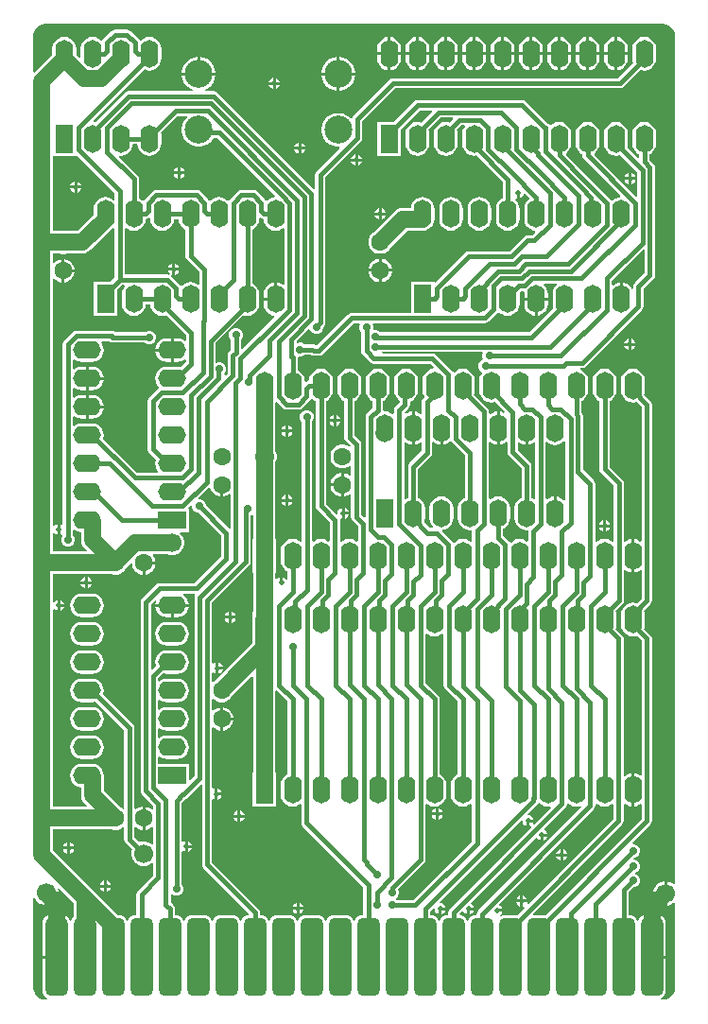
<source format=gtl>
G04*
G04 #@! TF.GenerationSoftware,Altium Limited,Altium Designer,21.0.9 (235)*
G04*
G04 Layer_Physical_Order=1*
G04 Layer_Color=255*
%FSLAX25Y25*%
%MOIN*%
G70*
G04*
G04 #@! TF.SameCoordinates,33DCC083-78A4-4658-BA73-3189C6140954*
G04*
G04*
G04 #@! TF.FilePolarity,Positive*
G04*
G01*
G75*
G04:AMPARAMS|DCode=25|XSize=78.74mil|YSize=275.59mil|CornerRadius=19.68mil|HoleSize=0mil|Usage=FLASHONLY|Rotation=0.000|XOffset=0mil|YOffset=0mil|HoleType=Round|Shape=RoundedRectangle|*
%AMROUNDEDRECTD25*
21,1,0.07874,0.23622,0,0,0.0*
21,1,0.03937,0.27559,0,0,0.0*
1,1,0.03937,0.01968,-0.11811*
1,1,0.03937,-0.01968,-0.11811*
1,1,0.03937,-0.01968,0.11811*
1,1,0.03937,0.01968,0.11811*
%
%ADD25ROUNDEDRECTD25*%
%ADD26C,0.01575*%
%ADD27C,0.05906*%
%ADD28C,0.06299*%
%ADD29R,0.06299X0.09843*%
%ADD30O,0.06299X0.09843*%
%ADD31C,0.06693*%
%ADD32R,0.06299X0.09843*%
%ADD33O,0.06299X0.09843*%
%ADD34C,0.09843*%
%ADD35R,0.09843X0.06299*%
%ADD36O,0.09843X0.06299*%
%ADD37C,0.01968*%
%ADD38C,0.02756*%
G36*
X223000Y344981D02*
X223431D01*
X224278Y344812D01*
X225075Y344482D01*
X225792Y344003D01*
X226402Y343392D01*
X226882Y342675D01*
X227212Y341878D01*
X227380Y341032D01*
Y340600D01*
X227380Y41920D01*
X226919Y41728D01*
X226669Y41978D01*
X225678Y42550D01*
X224572Y42846D01*
X224500D01*
Y38500D01*
Y34154D01*
X224572D01*
X225678Y34450D01*
X226669Y35022D01*
X226919Y35272D01*
X227380Y35080D01*
X227380Y5300D01*
X227380Y4879D01*
X227216Y4051D01*
X226893Y3272D01*
X226425Y2571D01*
X225829Y1975D01*
X225128Y1507D01*
X224348Y1184D01*
X223522Y1020D01*
X222581D01*
X222481Y1519D01*
X222666Y1596D01*
X223286Y2072D01*
X223762Y2692D01*
X224061Y3414D01*
X224163Y4189D01*
Y15500D01*
X219200D01*
Y16000D01*
X218700D01*
Y30805D01*
X217231D01*
X216457Y30703D01*
X215734Y30404D01*
X215114Y29928D01*
X214638Y29308D01*
X214471Y28903D01*
X213929D01*
X213761Y29308D01*
X213286Y29928D01*
X212666Y30404D01*
X211943Y30703D01*
X211169Y30805D01*
X211022D01*
Y38945D01*
X212699Y40622D01*
X212973D01*
X213847Y40984D01*
X214516Y41653D01*
X214878Y42527D01*
Y43473D01*
X214516Y44347D01*
X213847Y45016D01*
X213332Y45229D01*
Y45771D01*
X213847Y45984D01*
X214516Y46653D01*
X214878Y47527D01*
Y48473D01*
X214516Y49347D01*
X213847Y50016D01*
X212973Y50378D01*
X212915D01*
X212677Y50878D01*
X212864Y51122D01*
X212973D01*
X213847Y51484D01*
X214516Y52153D01*
X214878Y53027D01*
Y53973D01*
X214516Y54847D01*
X213847Y55516D01*
X212973Y55878D01*
X212520D01*
X212313Y56378D01*
X218726Y62791D01*
X218726Y62791D01*
X219121Y63382D01*
X219259Y64079D01*
X219259Y64080D01*
Y128291D01*
X219259Y128291D01*
X219121Y128989D01*
X218726Y129580D01*
X218726Y129580D01*
X216431Y131875D01*
X216543Y132145D01*
X216685Y133228D01*
Y136772D01*
X216543Y137855D01*
X216431Y138125D01*
X218726Y140420D01*
X218726Y140420D01*
X219121Y141011D01*
X219259Y141709D01*
X219259Y141709D01*
Y210791D01*
X219259Y210791D01*
X219121Y211489D01*
X218726Y212080D01*
X218726Y212080D01*
X216431Y214375D01*
X216543Y214645D01*
X216685Y215728D01*
Y219272D01*
X216543Y220355D01*
X216125Y221364D01*
X215459Y222231D01*
X214593Y222896D01*
X213583Y223314D01*
X212500Y223457D01*
X211417Y223314D01*
X210407Y222896D01*
X209541Y222231D01*
X208875Y221364D01*
X208457Y220355D01*
X208315Y219272D01*
Y215728D01*
X208457Y214645D01*
X208875Y213636D01*
X209541Y212769D01*
X210407Y212104D01*
X211417Y211685D01*
X212500Y211543D01*
X213583Y211685D01*
X213854Y211797D01*
X215615Y210036D01*
Y162742D01*
X215115Y162496D01*
X214593Y162896D01*
X213583Y163314D01*
X213000Y163391D01*
Y157500D01*
Y151609D01*
X213583Y151686D01*
X214593Y152104D01*
X215115Y152504D01*
X215615Y152258D01*
Y142464D01*
X213854Y140702D01*
X213583Y140814D01*
X212500Y140957D01*
X211417Y140814D01*
X210407Y140396D01*
X209541Y139731D01*
X208875Y138864D01*
X208457Y137855D01*
X208315Y136772D01*
Y133228D01*
X208457Y132145D01*
X208875Y131136D01*
X209541Y130269D01*
X210407Y129604D01*
X211417Y129185D01*
X212500Y129043D01*
X213583Y129185D01*
X213854Y129297D01*
X215615Y127536D01*
Y80242D01*
X215115Y79996D01*
X214593Y80396D01*
X213583Y80814D01*
X213000Y80891D01*
Y75000D01*
Y69109D01*
X213583Y69186D01*
X214593Y69604D01*
X215115Y70004D01*
X215615Y69758D01*
Y64834D01*
X181537Y30757D01*
X181168Y30805D01*
X177447D01*
X177240Y31305D01*
X208726Y62791D01*
X208726Y62791D01*
X209121Y63382D01*
X209259Y64079D01*
X209259Y64080D01*
Y69854D01*
X209759Y70101D01*
X210407Y69604D01*
X211417Y69186D01*
X212000Y69109D01*
Y75000D01*
Y80891D01*
X211417Y80814D01*
X210407Y80396D01*
X209759Y79899D01*
X209259Y80146D01*
Y128291D01*
X209259Y128291D01*
X209121Y128989D01*
X208726Y129580D01*
X208726Y129580D01*
X206431Y131875D01*
X206543Y132145D01*
X206685Y133228D01*
Y136772D01*
X206543Y137855D01*
X206431Y138125D01*
X208789Y140483D01*
X208789Y140483D01*
X209184Y141074D01*
X209322Y141772D01*
X209322Y141772D01*
Y152306D01*
X209822Y152552D01*
X210407Y152104D01*
X211417Y151686D01*
X212000Y151609D01*
Y157500D01*
Y163391D01*
X211417Y163314D01*
X210407Y162896D01*
X209822Y162448D01*
X209322Y162694D01*
Y183023D01*
X209322Y183023D01*
X209184Y183720D01*
X208789Y184312D01*
X208789Y184312D01*
X204322Y188778D01*
Y211992D01*
X204593Y212104D01*
X205459Y212769D01*
X206125Y213636D01*
X206543Y214645D01*
X206685Y215728D01*
Y219272D01*
X206543Y220355D01*
X206125Y221364D01*
X205459Y222231D01*
X204593Y222896D01*
X203583Y223314D01*
X202500Y223457D01*
X201417Y223314D01*
X200407Y222896D01*
X199540Y222231D01*
X198875Y221364D01*
X198457Y220355D01*
X198315Y219272D01*
Y215728D01*
X198457Y214645D01*
X198875Y213636D01*
X199540Y212769D01*
X200407Y212104D01*
X200678Y211992D01*
Y188023D01*
X200678Y188023D01*
X200816Y187326D01*
X201211Y186734D01*
X205678Y182268D01*
Y162694D01*
X205178Y162448D01*
X204593Y162896D01*
X203583Y163314D01*
X202500Y163457D01*
X201417Y163314D01*
X200407Y162896D01*
X199759Y162399D01*
X199259Y162646D01*
Y182804D01*
X199259Y182805D01*
X199121Y183502D01*
X198726Y184093D01*
X198726Y184093D01*
X194897Y187922D01*
Y206820D01*
X194897Y206820D01*
X194758Y207518D01*
X194363Y208109D01*
X194322Y208150D01*
Y211992D01*
X194593Y212104D01*
X195459Y212769D01*
X196125Y213636D01*
X196543Y214645D01*
X196685Y215728D01*
Y219272D01*
X196543Y220355D01*
X196125Y221364D01*
X195459Y222231D01*
X194593Y222896D01*
X193914Y223178D01*
X194013Y223678D01*
X194654D01*
X194654Y223678D01*
X195351Y223816D01*
X195942Y224211D01*
X215754Y244023D01*
X215754Y244023D01*
X216149Y244615D01*
X216288Y245312D01*
X216288Y245312D01*
Y251724D01*
X219775Y255211D01*
X219775Y255211D01*
X220170Y255803D01*
X220309Y256500D01*
Y294383D01*
X220309Y294383D01*
X220170Y295080D01*
X219775Y295672D01*
X219775Y295672D01*
X218322Y297125D01*
Y298992D01*
X218593Y299104D01*
X219460Y299769D01*
X220125Y300636D01*
X220543Y301645D01*
X220685Y302728D01*
Y306272D01*
X220543Y307355D01*
X220125Y308364D01*
X219460Y309231D01*
X218593Y309896D01*
X217583Y310314D01*
X216500Y310457D01*
X215417Y310314D01*
X214407Y309896D01*
X213541Y309231D01*
X212875Y308364D01*
X212457Y307355D01*
X212315Y306272D01*
Y302728D01*
X212457Y301645D01*
X212875Y300636D01*
X213541Y299769D01*
X214407Y299104D01*
X214678Y298992D01*
Y297781D01*
X214216Y297590D01*
X210431Y301375D01*
X210543Y301645D01*
X210685Y302728D01*
Y306272D01*
X210543Y307355D01*
X210125Y308364D01*
X209459Y309231D01*
X208593Y309896D01*
X207583Y310314D01*
X206500Y310457D01*
X205417Y310314D01*
X204407Y309896D01*
X203540Y309231D01*
X202875Y308364D01*
X202457Y307355D01*
X202315Y306272D01*
Y302728D01*
X202457Y301645D01*
X202875Y300636D01*
X203540Y299769D01*
X204407Y299104D01*
X205417Y298686D01*
X206500Y298543D01*
X207583Y298686D01*
X207854Y298797D01*
X214089Y292562D01*
Y284295D01*
X213627Y284103D01*
X198880Y298851D01*
X198913Y299349D01*
X199460Y299769D01*
X200125Y300636D01*
X200543Y301645D01*
X200685Y302728D01*
Y306272D01*
X200543Y307355D01*
X200125Y308364D01*
X199460Y309231D01*
X198593Y309896D01*
X197583Y310314D01*
X196500Y310457D01*
X195417Y310314D01*
X194407Y309896D01*
X193541Y309231D01*
X192875Y308364D01*
X192457Y307355D01*
X192315Y306272D01*
Y302728D01*
X192457Y301645D01*
X192875Y300636D01*
X193541Y299769D01*
X194407Y299104D01*
X194678Y298992D01*
Y298654D01*
X194678Y298654D01*
X194816Y297956D01*
X195211Y297365D01*
X208148Y284428D01*
X207969Y283900D01*
X207317Y283815D01*
X206307Y283396D01*
X205447Y282736D01*
X205437Y282731D01*
X204866Y282751D01*
X204845Y282777D01*
X204626Y283105D01*
X204626Y283105D01*
X196611Y291120D01*
X196611Y291120D01*
X188880Y298851D01*
X188913Y299349D01*
X189460Y299769D01*
X190125Y300636D01*
X190543Y301645D01*
X190685Y302728D01*
Y306272D01*
X190543Y307355D01*
X190125Y308364D01*
X189460Y309231D01*
X188593Y309896D01*
X187583Y310314D01*
X186500Y310457D01*
X185417Y310314D01*
X184407Y309896D01*
X183648Y309314D01*
X183232Y309309D01*
X183012Y309365D01*
X182852Y309605D01*
X182472Y309859D01*
X174684Y317647D01*
X174093Y318042D01*
X173395Y318181D01*
X173395Y318181D01*
X136587D01*
X136587Y318181D01*
X135889Y318042D01*
X135298Y317647D01*
X128072Y310421D01*
X122350D01*
Y298579D01*
X130650D01*
Y307844D01*
X137341Y314536D01*
X141534D01*
X141725Y314074D01*
X137854Y310203D01*
X137583Y310314D01*
X136500Y310457D01*
X135417Y310314D01*
X134407Y309896D01*
X133540Y309231D01*
X132875Y308364D01*
X132457Y307355D01*
X132315Y306272D01*
Y302728D01*
X132457Y301645D01*
X132875Y300636D01*
X133540Y299769D01*
X134407Y299104D01*
X135417Y298686D01*
X136500Y298543D01*
X137583Y298686D01*
X138593Y299104D01*
X139460Y299769D01*
X140125Y300636D01*
X140543Y301645D01*
X140685Y302728D01*
Y306272D01*
X140543Y307355D01*
X140431Y307625D01*
X144767Y311961D01*
X148959D01*
X149150Y311499D01*
X147854Y310203D01*
X147583Y310314D01*
X146500Y310457D01*
X145417Y310314D01*
X144407Y309896D01*
X143541Y309231D01*
X142875Y308364D01*
X142457Y307355D01*
X142315Y306272D01*
Y302728D01*
X142457Y301645D01*
X142875Y300636D01*
X143541Y299769D01*
X144407Y299104D01*
X145417Y298686D01*
X146500Y298543D01*
X147583Y298686D01*
X148593Y299104D01*
X149460Y299769D01*
X150125Y300636D01*
X150543Y301645D01*
X150685Y302728D01*
Y306272D01*
X150543Y307355D01*
X150431Y307625D01*
X152192Y309386D01*
X153029D01*
X153276Y308886D01*
X152875Y308364D01*
X152457Y307355D01*
X152315Y306272D01*
Y302728D01*
X152457Y301645D01*
X152875Y300636D01*
X153541Y299769D01*
X154407Y299104D01*
X155417Y298686D01*
X156500Y298543D01*
X157370Y298657D01*
X166578Y289450D01*
Y283508D01*
X166307Y283396D01*
X165440Y282731D01*
X164775Y281864D01*
X164357Y280855D01*
X164215Y279772D01*
Y276228D01*
X164357Y275145D01*
X164775Y274136D01*
X165440Y273269D01*
X166307Y272604D01*
X167317Y272185D01*
X168400Y272043D01*
X169483Y272185D01*
X170493Y272604D01*
X171360Y273269D01*
X172025Y274136D01*
X172443Y275145D01*
X172585Y276228D01*
Y279772D01*
X172443Y280855D01*
X172025Y281864D01*
X171360Y282731D01*
X171010Y282999D01*
X171262Y283436D01*
X171525Y283327D01*
Y285268D01*
X172525D01*
Y283327D01*
X173149Y283586D01*
X173707Y284144D01*
X174009Y284873D01*
Y285007D01*
X174471Y285198D01*
X176020Y283649D01*
X175987Y283151D01*
X175441Y282731D01*
X174775Y281864D01*
X174357Y280855D01*
X174215Y279772D01*
Y276228D01*
X174357Y275145D01*
X174775Y274136D01*
X175441Y273269D01*
X176307Y272604D01*
X177317Y272185D01*
X177969Y272100D01*
X178148Y271572D01*
X176990Y270414D01*
X175350D01*
X174653Y270275D01*
X174062Y269880D01*
X174062Y269880D01*
X169004Y264822D01*
X154646D01*
X154646Y264822D01*
X153949Y264684D01*
X153358Y264289D01*
X153358Y264289D01*
X142861Y253792D01*
X142550Y253921D01*
Y253921D01*
X134250D01*
Y243114D01*
X113311D01*
X112614Y242975D01*
X112022Y242580D01*
X112022Y242580D01*
X101076Y231633D01*
X100584D01*
X100150Y231924D01*
X99452Y232063D01*
X99452Y232063D01*
X96678D01*
X96485Y232256D01*
X95611Y232618D01*
X94665D01*
X94406Y232511D01*
X93935Y232808D01*
X93911Y233156D01*
X98110Y237355D01*
X98700Y237238D01*
X98890Y236779D01*
X99559Y236110D01*
X100433Y235748D01*
X101379D01*
X102253Y236110D01*
X102922Y236779D01*
X103284Y237653D01*
Y238246D01*
X103524Y238486D01*
X103524Y238486D01*
X103919Y239077D01*
X104058Y239775D01*
X104058Y239775D01*
Y291044D01*
X116604Y303590D01*
X116999Y304181D01*
X117137Y304879D01*
X117137Y304879D01*
Y310701D01*
X128696Y322260D01*
X207854D01*
X207854Y322260D01*
X208552Y322399D01*
X209143Y322794D01*
X215146Y328798D01*
X215417Y328685D01*
X216500Y328543D01*
X217583Y328685D01*
X218593Y329104D01*
X219460Y329769D01*
X220125Y330636D01*
X220543Y331645D01*
X220685Y332728D01*
Y336272D01*
X220543Y337355D01*
X220125Y338364D01*
X219460Y339231D01*
X218593Y339896D01*
X217583Y340315D01*
X216500Y340457D01*
X215417Y340315D01*
X214407Y339896D01*
X213541Y339231D01*
X212875Y338364D01*
X212457Y337355D01*
X212315Y336272D01*
Y332728D01*
X212457Y331645D01*
X212569Y331375D01*
X207099Y325905D01*
X127941D01*
X127244Y325766D01*
X126653Y325371D01*
X126653Y325371D01*
X114026Y312745D01*
X113631Y312154D01*
X113558Y311787D01*
X113016Y311622D01*
X112381Y312257D01*
X111411Y312905D01*
X110334Y313351D01*
X109189Y313579D01*
X108023D01*
X106879Y313351D01*
X105801Y312905D01*
X104832Y312257D01*
X104007Y311432D01*
X103359Y310462D01*
X102913Y309385D01*
X102685Y308241D01*
Y307074D01*
X102913Y305930D01*
X103359Y304853D01*
X104007Y303883D01*
X104832Y303058D01*
X105801Y302410D01*
X106879Y301964D01*
X108023Y301736D01*
X108888D01*
X109095Y301236D01*
X100946Y293088D01*
X100551Y292496D01*
X100413Y291799D01*
X100413Y291799D01*
Y286995D01*
X99951Y286804D01*
X65951Y320804D01*
X65359Y321199D01*
X64662Y321338D01*
X64662Y321338D01*
X61677D01*
X61578Y321838D01*
X62199Y322095D01*
X63168Y322743D01*
X63993Y323568D01*
X64641Y324538D01*
X65087Y325615D01*
X65315Y326759D01*
Y326842D01*
X59394D01*
X53472D01*
Y326759D01*
X53700Y325615D01*
X54146Y324538D01*
X54794Y323568D01*
X55619Y322743D01*
X56589Y322095D01*
X57209Y321838D01*
X57110Y321338D01*
X34621D01*
X34621Y321338D01*
X33923Y321199D01*
X33332Y320804D01*
X33332Y320804D01*
X22892Y310364D01*
X22414Y310449D01*
X22252Y310928D01*
X40275Y328951D01*
X40917Y328685D01*
X42000Y328543D01*
X43083Y328685D01*
X44093Y329104D01*
X44960Y329769D01*
X45625Y330636D01*
X46043Y331645D01*
X46185Y332728D01*
Y336272D01*
X46043Y337355D01*
X45625Y338364D01*
X44960Y339231D01*
X44093Y339896D01*
X43083Y340315D01*
X42000Y340457D01*
X40917Y340315D01*
X39907Y339896D01*
X39047Y339236D01*
X39038Y339231D01*
X38445Y339277D01*
X38226Y339605D01*
X38226Y339605D01*
X35334Y342497D01*
X34742Y342892D01*
X34045Y343031D01*
X34045Y343031D01*
X29955D01*
X29258Y342892D01*
X28666Y342497D01*
X28666Y342497D01*
X25774Y339605D01*
X25555Y339277D01*
X24962Y339231D01*
X24953Y339236D01*
X24093Y339896D01*
X23083Y340315D01*
X22000Y340457D01*
X20917Y340315D01*
X19907Y339896D01*
X19040Y339231D01*
X18375Y338364D01*
X17957Y337355D01*
X17815Y336272D01*
Y333215D01*
X17315Y333008D01*
X16185Y334137D01*
Y336272D01*
X16043Y337355D01*
X15625Y338364D01*
X14960Y339231D01*
X14093Y339896D01*
X13083Y340315D01*
X12000Y340457D01*
X10917Y340315D01*
X9907Y339896D01*
X9041Y339231D01*
X8375Y338364D01*
X7957Y337355D01*
X7815Y336272D01*
Y334181D01*
X1519Y327886D01*
X1020Y328093D01*
Y340700D01*
X1020Y341122D01*
X1184Y341949D01*
X1507Y342728D01*
X1975Y343429D01*
X2571Y344025D01*
X3272Y344493D01*
X4051Y344816D01*
X4878Y344980D01*
X5300Y344980D01*
X139200Y344981D01*
X223000Y344981D01*
D02*
G37*
G36*
X29741Y285429D02*
Y283146D01*
X29241Y282899D01*
X28593Y283396D01*
X27583Y283815D01*
X26500Y283957D01*
X25417Y283815D01*
X24407Y283396D01*
X23540Y282731D01*
X22875Y281864D01*
X22457Y280855D01*
X22315Y279772D01*
Y277681D01*
X16696Y272062D01*
X12373D01*
X12046Y272150D01*
X10954D01*
X10346Y271987D01*
X7940D01*
Y298579D01*
X16150D01*
Y298579D01*
X16461Y298708D01*
X29741Y285429D01*
D02*
G37*
G36*
X55406Y312044D02*
X54794Y311432D01*
X54146Y310462D01*
X53700Y309385D01*
X53472Y308241D01*
Y307074D01*
X53700Y305930D01*
X54146Y304853D01*
X54794Y303883D01*
X55619Y303058D01*
X56589Y302410D01*
X57666Y301964D01*
X58811Y301736D01*
X59977D01*
X61121Y301964D01*
X62199Y302410D01*
X63168Y303058D01*
X63993Y303883D01*
X64641Y304853D01*
X64643Y304858D01*
X65818D01*
X86248Y284428D01*
X86069Y283900D01*
X85417Y283815D01*
X84407Y283396D01*
X83547Y282736D01*
X83538Y282731D01*
X82945Y282777D01*
X82726Y283105D01*
X82726Y283105D01*
X79834Y285997D01*
X79242Y286392D01*
X78545Y286531D01*
X78545Y286531D01*
X74455D01*
X73758Y286392D01*
X73166Y285997D01*
X73166Y285997D01*
X70211Y283042D01*
X70044Y282791D01*
X69486Y282734D01*
X69422Y282760D01*
X68593Y283396D01*
X67583Y283815D01*
X66500Y283957D01*
X65417Y283815D01*
X64407Y283396D01*
X63547Y282736D01*
X63538Y282731D01*
X62945Y282777D01*
X62726Y283105D01*
X62726Y283105D01*
X59834Y285997D01*
X59242Y286392D01*
X58545Y286531D01*
X58545Y286531D01*
X44455D01*
X43758Y286392D01*
X43166Y285997D01*
X43166Y285997D01*
X40274Y283105D01*
X40055Y282777D01*
X39462Y282731D01*
X39453Y282736D01*
X38593Y283396D01*
X38322Y283508D01*
Y290417D01*
X38322Y290417D01*
X38184Y291114D01*
X37789Y291705D01*
X37789Y291705D01*
X31373Y298121D01*
X31607Y298595D01*
X32000Y298543D01*
X33083Y298686D01*
X34093Y299104D01*
X34960Y299769D01*
X35625Y300636D01*
X36043Y301645D01*
X36179Y302678D01*
X37821D01*
X37957Y301645D01*
X38375Y300636D01*
X39040Y299769D01*
X39907Y299104D01*
X40917Y298686D01*
X42000Y298543D01*
X43083Y298686D01*
X44093Y299104D01*
X44960Y299769D01*
X45625Y300636D01*
X46043Y301645D01*
X46185Y302728D01*
Y306272D01*
X46136Y306650D01*
X52029Y312544D01*
X55199D01*
X55406Y312044D01*
D02*
G37*
G36*
X42315Y276457D02*
Y276228D01*
X42457Y275145D01*
X42875Y274136D01*
X43540Y273269D01*
X44407Y272604D01*
X45417Y272185D01*
X46500Y272043D01*
X47583Y272185D01*
X48593Y272604D01*
X49459Y273269D01*
X50125Y274136D01*
X50543Y275145D01*
X50679Y276178D01*
X52321D01*
X52457Y275145D01*
X52875Y274136D01*
X53540Y273269D01*
X54407Y272604D01*
X54678Y272492D01*
Y263242D01*
X54678Y263242D01*
X54816Y262544D01*
X55211Y261953D01*
X59615Y257550D01*
Y253242D01*
X59115Y252996D01*
X58593Y253396D01*
X57583Y253815D01*
X56500Y253957D01*
X55417Y253815D01*
X54407Y253396D01*
X53547Y252736D01*
X53537Y252731D01*
X52966Y252751D01*
X52945Y252777D01*
X52726Y253105D01*
X52726Y253105D01*
X49708Y256123D01*
X49645Y256165D01*
X49882Y256608D01*
X50000Y256559D01*
Y258000D01*
X48559D01*
X48818Y257376D01*
X49178Y257016D01*
X48932Y256555D01*
X48419Y256657D01*
X48419Y256657D01*
X33385D01*
Y272758D01*
X33885Y273004D01*
X34407Y272604D01*
X35417Y272185D01*
X36500Y272043D01*
X37583Y272185D01*
X38593Y272604D01*
X39459Y273269D01*
X40125Y274136D01*
X40543Y275145D01*
X40680Y276185D01*
X41338Y276316D01*
X41815Y276635D01*
X42315Y276457D01*
D02*
G37*
G36*
X29741Y272854D02*
Y255590D01*
X28072Y253921D01*
X22350D01*
Y242079D01*
X30650D01*
Y251344D01*
X32318Y253012D01*
X33126D01*
X33372Y252512D01*
X32875Y251864D01*
X32457Y250855D01*
X32315Y249772D01*
Y246228D01*
X32457Y245145D01*
X32875Y244136D01*
X33540Y243269D01*
X34407Y242604D01*
X35417Y242185D01*
X36500Y242043D01*
X37583Y242185D01*
X38593Y242604D01*
X39459Y243269D01*
X40125Y244136D01*
X40543Y245145D01*
X40679Y246178D01*
X42321D01*
X42457Y245145D01*
X42875Y244136D01*
X43540Y243269D01*
X44407Y242604D01*
X45417Y242185D01*
X46500Y242043D01*
X47583Y242185D01*
X47854Y242298D01*
X54886Y235265D01*
Y233471D01*
X54386Y233224D01*
X53864Y233625D01*
X52855Y234043D01*
X51772Y234185D01*
X50500D01*
Y230000D01*
Y225815D01*
X51772D01*
X52855Y225957D01*
X53864Y226375D01*
X54386Y226776D01*
X54886Y226529D01*
Y225692D01*
X53125Y223931D01*
X52855Y224043D01*
X51772Y224185D01*
X48228D01*
X47145Y224043D01*
X46136Y223625D01*
X45269Y222959D01*
X44604Y222093D01*
X44186Y221083D01*
X44043Y220000D01*
X44186Y218917D01*
X44604Y217907D01*
X45229Y217092D01*
X45263Y216980D01*
X45194Y216467D01*
X45021Y216352D01*
X45021Y216352D01*
X42003Y213334D01*
X41608Y212742D01*
X41469Y212045D01*
X41469Y212045D01*
Y194937D01*
X41469Y194937D01*
X41608Y194240D01*
X42003Y193648D01*
X44298Y191353D01*
X44186Y191083D01*
X44043Y190000D01*
X44186Y188917D01*
X44604Y187907D01*
X45101Y187259D01*
X44854Y186759D01*
X37589D01*
X25703Y198646D01*
X25815Y198917D01*
X25957Y200000D01*
X25815Y201083D01*
X25396Y202093D01*
X24731Y202959D01*
X23864Y203625D01*
X22855Y204043D01*
X21772Y204185D01*
X18228D01*
X17145Y204043D01*
X16136Y203625D01*
X15614Y203224D01*
X15114Y203471D01*
Y206529D01*
X15614Y206776D01*
X16136Y206375D01*
X17145Y205957D01*
X18228Y205815D01*
X19500D01*
Y210000D01*
Y214185D01*
X18228D01*
X17145Y214043D01*
X16136Y213625D01*
X15614Y213224D01*
X15114Y213471D01*
Y216529D01*
X15614Y216776D01*
X16136Y216375D01*
X17145Y215957D01*
X18228Y215815D01*
X19500D01*
Y220000D01*
Y224185D01*
X18228D01*
X17145Y224043D01*
X16136Y223625D01*
X15614Y223224D01*
X15114Y223471D01*
Y226529D01*
X15614Y226776D01*
X16136Y226375D01*
X17145Y225957D01*
X18228Y225815D01*
X21772D01*
X22855Y225957D01*
X23864Y226375D01*
X24731Y227041D01*
X25396Y227907D01*
X25815Y228917D01*
X25957Y230000D01*
X25815Y231083D01*
X25396Y232093D01*
X24996Y232615D01*
X25242Y233115D01*
X28007D01*
X28453Y232816D01*
X29150Y232678D01*
X29150Y232678D01*
X40459D01*
X40653Y232484D01*
X41527Y232122D01*
X42473D01*
X43347Y232484D01*
X44016Y233153D01*
X44378Y234027D01*
Y234973D01*
X44016Y235847D01*
X43347Y236516D01*
X42473Y236878D01*
X41527D01*
X40653Y236516D01*
X40459Y236322D01*
X29857D01*
X29411Y236621D01*
X28713Y236759D01*
X28713Y236759D01*
X16183D01*
X15486Y236621D01*
X14895Y236226D01*
X14895Y236226D01*
X12003Y233334D01*
X11608Y232742D01*
X11469Y232045D01*
X11469Y232045D01*
Y168766D01*
X10969Y168522D01*
X10500Y168716D01*
Y166776D01*
Y164835D01*
X10969Y165029D01*
X11055Y164987D01*
X11275Y164500D01*
X10913Y163626D01*
Y162680D01*
X11275Y161806D01*
X11944Y161137D01*
X12818Y160775D01*
X13764D01*
X14638Y161137D01*
X15307Y161806D01*
X15669Y162680D01*
Y163626D01*
X15307Y164500D01*
X15114Y164693D01*
Y166529D01*
X15614Y166776D01*
X16136Y166375D01*
X17145Y165957D01*
X17860Y165863D01*
Y163153D01*
X17860Y163153D01*
X17996Y162121D01*
X18394Y161160D01*
X19028Y160334D01*
X19913Y159449D01*
X19722Y158987D01*
X7940D01*
Y165358D01*
X8439Y165530D01*
X8876Y165094D01*
X9500Y164835D01*
Y166776D01*
Y168716D01*
X8876Y168458D01*
X8439Y168022D01*
X7940Y168194D01*
Y254985D01*
X8439Y255192D01*
X8952Y254679D01*
X9898Y254133D01*
X10954Y253850D01*
X11000D01*
Y258000D01*
Y262150D01*
X10954D01*
X9898Y261867D01*
X8952Y261320D01*
X8439Y260808D01*
X7940Y261015D01*
Y264013D01*
X10346D01*
X10954Y263850D01*
X12046D01*
X12935Y264089D01*
X18347D01*
X18347Y264089D01*
X19379Y264224D01*
X20340Y264623D01*
X21166Y265256D01*
X28458Y272548D01*
X28593Y272604D01*
X29241Y273101D01*
X29741Y272854D01*
D02*
G37*
G36*
X81662Y276316D02*
X82320Y276185D01*
X82457Y275145D01*
X82875Y274136D01*
X83540Y273269D01*
X84407Y272604D01*
X85417Y272185D01*
X86500Y272043D01*
X87583Y272185D01*
X88593Y272604D01*
X89115Y273004D01*
X89615Y272758D01*
Y253242D01*
X89115Y252996D01*
X88593Y253396D01*
X87583Y253815D01*
X87000Y253891D01*
Y248000D01*
X86500D01*
Y247500D01*
X82315D01*
Y246228D01*
X82457Y245145D01*
X82875Y244136D01*
X83540Y243269D01*
X84407Y242604D01*
X85417Y242185D01*
X85864Y242127D01*
X86043Y241599D01*
X74784Y230340D01*
X74322Y230532D01*
Y233850D01*
X74515Y234043D01*
X74877Y234917D01*
Y235863D01*
X74515Y236737D01*
X73846Y237406D01*
X72972Y237768D01*
X72026D01*
X71152Y237406D01*
X70483Y236737D01*
X70121Y235863D01*
Y234917D01*
X70483Y234043D01*
X70678Y233849D01*
Y229875D01*
X70136Y229334D01*
X69741Y228742D01*
X69603Y228045D01*
X69603Y228045D01*
Y221821D01*
X68894Y221113D01*
X68377Y221303D01*
X68342Y221597D01*
X68682Y221937D01*
X69044Y222811D01*
Y223757D01*
X68682Y224631D01*
X68013Y225300D01*
X67139Y225662D01*
X66193D01*
X65739Y225474D01*
X65323Y225752D01*
Y232474D01*
X75146Y242298D01*
X75417Y242185D01*
X76500Y242043D01*
X77583Y242185D01*
X78593Y242604D01*
X79460Y243269D01*
X80125Y244136D01*
X80543Y245145D01*
X80685Y246228D01*
Y249772D01*
X80543Y250855D01*
X80125Y251864D01*
X79460Y252731D01*
X78593Y253396D01*
X78322Y253508D01*
Y272492D01*
X78593Y272604D01*
X79460Y273269D01*
X80125Y274136D01*
X80543Y275145D01*
X80685Y276228D01*
Y276413D01*
X80790Y276494D01*
X81185Y276635D01*
X81662Y276316D01*
D02*
G37*
G36*
X216664Y265429D02*
Y257255D01*
X213177Y253768D01*
X212782Y253177D01*
X212643Y252479D01*
X212643Y252479D01*
Y251677D01*
X212143Y251578D01*
X212025Y251864D01*
X211360Y252731D01*
X210493Y253396D01*
X209483Y253815D01*
X208900Y253891D01*
Y248000D01*
X207900D01*
Y253891D01*
X207317Y253815D01*
X206307Y253396D01*
X205659Y252899D01*
X205159Y253146D01*
Y254577D01*
X216202Y265620D01*
X216664Y265429D01*
D02*
G37*
G36*
X185730Y252953D02*
X185441Y252731D01*
X184775Y251864D01*
X184357Y250855D01*
X184215Y249772D01*
Y246228D01*
X184357Y245145D01*
X184469Y244875D01*
X175917Y236322D01*
X123429D01*
X123012Y236739D01*
X122138Y237101D01*
X121245D01*
X120852Y237460D01*
X120878Y237522D01*
Y238468D01*
X120670Y238969D01*
X121004Y239469D01*
X160445D01*
X160445Y239469D01*
X161142Y239608D01*
X161734Y240003D01*
X164752Y243021D01*
X164752Y243021D01*
X164867Y243194D01*
X165380Y243263D01*
X165492Y243229D01*
X166307Y242604D01*
X167317Y242185D01*
X168400Y242043D01*
X169483Y242185D01*
X170493Y242604D01*
X171360Y243269D01*
X172025Y244136D01*
X172443Y245145D01*
X172585Y246228D01*
Y249772D01*
X172520Y250269D01*
X173130Y250878D01*
X173856D01*
X174294Y250378D01*
X174215Y249772D01*
Y248500D01*
X178400D01*
X182585D01*
Y249772D01*
X182443Y250855D01*
X182025Y251864D01*
X181360Y252731D01*
X181070Y252953D01*
X181240Y253453D01*
X185560D01*
X185730Y252953D01*
D02*
G37*
G36*
X116330Y238969D02*
X116122Y238468D01*
Y237522D01*
X116484Y236648D01*
X116678Y236454D01*
Y229656D01*
X116678Y229656D01*
X116816Y228958D01*
X117211Y228367D01*
X119867Y225711D01*
X119867Y225711D01*
X120458Y225316D01*
X121156Y225178D01*
X140999D01*
X142248Y223928D01*
X142069Y223400D01*
X141417Y223314D01*
X140407Y222896D01*
X139541Y222231D01*
X138875Y221364D01*
X138457Y220355D01*
X138315Y219272D01*
Y215728D01*
X138457Y214645D01*
X138875Y213636D01*
X138960Y213525D01*
X138637Y213202D01*
X138242Y212610D01*
X138103Y211913D01*
X138103Y211913D01*
Y207751D01*
X137603Y207505D01*
X137093Y207896D01*
X136083Y208314D01*
X135500Y208391D01*
Y202500D01*
Y196609D01*
X136083Y196686D01*
X137093Y197104D01*
X137615Y197504D01*
X138115Y197257D01*
Y194609D01*
X133711Y190206D01*
X133316Y189614D01*
X133178Y188917D01*
X133178Y188917D01*
Y178008D01*
X132907Y177896D01*
X132385Y177496D01*
X131885Y177743D01*
Y197257D01*
X132385Y197504D01*
X132907Y197104D01*
X133917Y196686D01*
X134500Y196609D01*
Y202500D01*
Y208391D01*
X133917Y208314D01*
X132907Y207896D01*
X132626Y207680D01*
X132095Y207904D01*
X132059Y208194D01*
X133423Y209558D01*
X133818Y210149D01*
X133957Y210846D01*
X133957Y210846D01*
Y211840D01*
X134593Y212104D01*
X135459Y212769D01*
X136125Y213636D01*
X136543Y214645D01*
X136685Y215728D01*
Y219272D01*
X136543Y220355D01*
X136125Y221364D01*
X135459Y222231D01*
X134593Y222896D01*
X133583Y223314D01*
X132500Y223457D01*
X131417Y223314D01*
X130407Y222896D01*
X129541Y222231D01*
X128875Y221364D01*
X128457Y220355D01*
X128315Y219272D01*
Y215728D01*
X128457Y214645D01*
X128875Y213636D01*
X129541Y212769D01*
X130312Y212177D01*
Y211601D01*
X128774Y210064D01*
X128379Y209473D01*
X128241Y208775D01*
X128241Y208775D01*
Y207646D01*
X127741Y207399D01*
X127093Y207896D01*
X126083Y208314D01*
X125000Y208457D01*
X124767Y208426D01*
X124544Y208590D01*
X124322Y208872D01*
Y211992D01*
X124593Y212104D01*
X125460Y212769D01*
X126125Y213636D01*
X126543Y214645D01*
X126685Y215728D01*
Y219272D01*
X126543Y220355D01*
X126125Y221364D01*
X125460Y222231D01*
X124593Y222896D01*
X123583Y223314D01*
X122500Y223457D01*
X121417Y223314D01*
X120407Y222896D01*
X119541Y222231D01*
X118875Y221364D01*
X118457Y220355D01*
X118315Y219272D01*
Y215728D01*
X118457Y214645D01*
X118875Y213636D01*
X119541Y212769D01*
X120407Y212104D01*
X120678Y211992D01*
Y209508D01*
X118774Y207605D01*
X118379Y207014D01*
X118241Y206317D01*
X118241Y206317D01*
Y171166D01*
X117779Y170975D01*
X116759Y171994D01*
Y196804D01*
X116621Y197502D01*
X116226Y198093D01*
X116226Y198093D01*
X114322Y199996D01*
Y211992D01*
X114593Y212104D01*
X115460Y212769D01*
X116125Y213636D01*
X116543Y214645D01*
X116685Y215728D01*
Y219272D01*
X116543Y220355D01*
X116125Y221364D01*
X115460Y222231D01*
X114593Y222896D01*
X113583Y223314D01*
X112500Y223457D01*
X111417Y223314D01*
X110407Y222896D01*
X109540Y222231D01*
X108875Y221364D01*
X108457Y220355D01*
X108315Y219272D01*
Y215728D01*
X108457Y214645D01*
X108875Y213636D01*
X109540Y212769D01*
X110407Y212104D01*
X110678Y211992D01*
Y199241D01*
X110678Y199241D01*
X110816Y198544D01*
X111211Y197953D01*
X112833Y196332D01*
X112813Y196234D01*
X112255Y195990D01*
X111602Y196367D01*
X110546Y196650D01*
X109454D01*
X108398Y196367D01*
X107452Y195820D01*
X106679Y195048D01*
X106133Y194102D01*
X105850Y193046D01*
Y191954D01*
X106133Y190898D01*
X106679Y189952D01*
X107452Y189180D01*
X108398Y188633D01*
X109454Y188350D01*
X110546D01*
X111602Y188633D01*
X112548Y189180D01*
X112653Y189284D01*
X113115Y189093D01*
Y185907D01*
X112653Y185716D01*
X112548Y185820D01*
X111602Y186367D01*
X110546Y186650D01*
X110500D01*
Y182500D01*
Y178350D01*
X110546D01*
X111602Y178633D01*
X112548Y179180D01*
X112653Y179284D01*
X113115Y179093D01*
Y171239D01*
X113115Y171239D01*
X113253Y170542D01*
X113648Y169950D01*
X115615Y167984D01*
Y162742D01*
X115115Y162496D01*
X114593Y162896D01*
X113583Y163314D01*
X112500Y163457D01*
X111417Y163314D01*
X110407Y162896D01*
X109759Y162399D01*
X109259Y162646D01*
Y170073D01*
X109259Y170073D01*
X109213Y170306D01*
X109651Y170665D01*
X109907Y170559D01*
Y172500D01*
Y174441D01*
X109283Y174182D01*
X108725Y173624D01*
X108423Y172895D01*
Y172371D01*
X107923Y172164D01*
X104322Y175765D01*
Y211992D01*
X104593Y212104D01*
X105459Y212769D01*
X106125Y213636D01*
X106543Y214645D01*
X106685Y215728D01*
Y219272D01*
X106543Y220355D01*
X106125Y221364D01*
X105459Y222231D01*
X104593Y222896D01*
X103583Y223314D01*
X102500Y223457D01*
X101417Y223314D01*
X100407Y222896D01*
X99541Y222231D01*
X98875Y221364D01*
X98457Y220355D01*
X98320Y219315D01*
X97662Y219184D01*
X97185Y218865D01*
X96789Y219006D01*
X96685Y219087D01*
Y219272D01*
X96543Y220355D01*
X96125Y221364D01*
X95460Y222231D01*
X94593Y222896D01*
X94322Y223008D01*
Y227361D01*
X94322Y227361D01*
X94300Y227472D01*
X94582Y227773D01*
X94732Y227862D01*
X95611D01*
X96485Y228224D01*
X96678Y228418D01*
X98749D01*
X99184Y228127D01*
X99881Y227989D01*
X99881Y227989D01*
X101831D01*
X101831Y227989D01*
X102528Y228127D01*
X103119Y228522D01*
X114066Y239469D01*
X115996D01*
X116330Y238969D01*
D02*
G37*
G36*
X99547Y212764D02*
X100407Y212104D01*
X100678Y211992D01*
Y175010D01*
X100678Y175010D01*
X100816Y174313D01*
X101211Y173722D01*
X105615Y169318D01*
Y162742D01*
X105115Y162496D01*
X104593Y162896D01*
X103583Y163314D01*
X102500Y163457D01*
X101417Y163314D01*
X100407Y162896D01*
X99885Y162496D01*
X99385Y162742D01*
Y205023D01*
X99516Y205153D01*
X99878Y206027D01*
Y206973D01*
X99516Y207847D01*
X98847Y208516D01*
X97973Y208878D01*
X97027D01*
X96153Y208516D01*
X95484Y207847D01*
X95122Y206973D01*
Y206027D01*
X95484Y205153D01*
X95741Y204896D01*
Y162646D01*
X95241Y162399D01*
X94593Y162896D01*
X93583Y163314D01*
X92500Y163457D01*
X91417Y163314D01*
X90407Y162896D01*
X89540Y162231D01*
X88875Y161364D01*
X88457Y160355D01*
X88315Y159272D01*
Y155728D01*
X88457Y154645D01*
X88875Y153636D01*
X89540Y152769D01*
X90407Y152104D01*
X90678Y151992D01*
Y149234D01*
X90204Y149129D01*
X90178Y149129D01*
X89624Y149682D01*
X89000Y149941D01*
Y148000D01*
X88000D01*
Y149941D01*
X87376Y149682D01*
X86987Y149293D01*
X86487Y149500D01*
Y151579D01*
X86650D01*
Y163421D01*
X86487D01*
Y190712D01*
X86550Y190822D01*
X86847Y191928D01*
Y193072D01*
X86550Y194178D01*
X86487Y194288D01*
Y211529D01*
X86949Y211720D01*
X89166Y209503D01*
X89166Y209503D01*
X89758Y209108D01*
X90455Y208969D01*
X94545D01*
X94545Y208969D01*
X95242Y209108D01*
X95834Y209503D01*
X98726Y212395D01*
X98726Y212395D01*
X98945Y212723D01*
X99538Y212769D01*
X99547Y212764D01*
D02*
G37*
G36*
X159673Y228927D02*
X159485Y228473D01*
Y227527D01*
X159794Y226781D01*
X159153Y226516D01*
X158484Y225847D01*
X158122Y224973D01*
Y224027D01*
X158484Y223153D01*
X159153Y222484D01*
X159279Y221891D01*
X158875Y221364D01*
X158457Y220355D01*
X158315Y219272D01*
Y215728D01*
X158457Y214645D01*
X158875Y213636D01*
X159540Y212769D01*
X160407Y212104D01*
X161417Y211685D01*
X162500Y211543D01*
X163583Y211685D01*
X163854Y211797D01*
X167344Y208307D01*
X167093Y207896D01*
X166083Y208314D01*
X165500Y208391D01*
Y202500D01*
Y196609D01*
X166083Y196686D01*
X167093Y197104D01*
X167741Y197601D01*
X168241Y197354D01*
Y194139D01*
X168241Y194139D01*
X168379Y193442D01*
X168774Y192850D01*
X173178Y188447D01*
Y178008D01*
X172907Y177896D01*
X172040Y177231D01*
X171375Y176364D01*
X170957Y175355D01*
X170815Y174272D01*
Y170728D01*
X170957Y169645D01*
X171375Y168636D01*
X172040Y167769D01*
X172907Y167104D01*
X173917Y166685D01*
X175000Y166543D01*
X175279Y166580D01*
X175529Y166312D01*
X175615Y166120D01*
Y162742D01*
X175115Y162496D01*
X174593Y162896D01*
X173583Y163314D01*
X172500Y163457D01*
X171417Y163314D01*
X170407Y162896D01*
X169547Y162236D01*
X169538Y162231D01*
X168945Y162277D01*
X168726Y162605D01*
X168726Y162605D01*
X166822Y164508D01*
Y166992D01*
X167093Y167104D01*
X167959Y167769D01*
X168625Y168636D01*
X169043Y169645D01*
X169185Y170728D01*
Y174272D01*
X169043Y175355D01*
X168625Y176364D01*
X167959Y177231D01*
X167093Y177896D01*
X166083Y178314D01*
X165000Y178457D01*
X163917Y178314D01*
X162907Y177896D01*
X162259Y177399D01*
X161759Y177646D01*
Y197354D01*
X162259Y197601D01*
X162907Y197104D01*
X163917Y196686D01*
X164500Y196609D01*
Y202500D01*
Y208391D01*
X163917Y208314D01*
X162907Y207896D01*
X162259Y207399D01*
X161759Y207646D01*
Y208291D01*
X161759Y208291D01*
X161621Y208989D01*
X161226Y209580D01*
X156431Y214375D01*
X156543Y214645D01*
X156685Y215728D01*
Y219272D01*
X156543Y220355D01*
X156125Y221364D01*
X155459Y222231D01*
X154593Y222896D01*
X153583Y223314D01*
X152500Y223457D01*
X151417Y223314D01*
X150407Y222896D01*
X149547Y222236D01*
X149538Y222231D01*
X148945Y222277D01*
X148726Y222605D01*
X148726Y222605D01*
X143042Y228289D01*
X142451Y228684D01*
X141754Y228822D01*
X141754Y228822D01*
X124170D01*
X123903Y229322D01*
X123917Y229343D01*
X159395D01*
X159673Y228927D01*
D02*
G37*
G36*
X175500Y196609D02*
X176083Y196686D01*
X177093Y197104D01*
X177615Y197504D01*
X178115Y197257D01*
Y177743D01*
X177615Y177496D01*
X177093Y177896D01*
X176822Y178008D01*
Y189202D01*
X176822Y189202D01*
X176684Y189899D01*
X176289Y190491D01*
X176289Y190491D01*
X171885Y194894D01*
Y197257D01*
X172385Y197504D01*
X172907Y197104D01*
X173917Y196686D01*
X174500Y196609D01*
Y202500D01*
X175500D01*
Y196609D01*
D02*
G37*
G36*
X145500D02*
X146083Y196686D01*
X147093Y197104D01*
X147908Y197729D01*
X148015Y197762D01*
X148532Y197694D01*
X148648Y197521D01*
X153178Y192991D01*
Y178008D01*
X152907Y177896D01*
X152041Y177231D01*
X151375Y176364D01*
X150957Y175355D01*
X150815Y174272D01*
Y170728D01*
X150957Y169645D01*
X151375Y168636D01*
X152041Y167769D01*
X152907Y167104D01*
X153917Y166685D01*
X155000Y166543D01*
X155357Y166590D01*
X155741Y166136D01*
Y162646D01*
X155241Y162399D01*
X154593Y162896D01*
X153583Y163314D01*
X152500Y163457D01*
X151417Y163314D01*
X150407Y162896D01*
X149547Y162236D01*
X149537Y162231D01*
X148966Y162251D01*
X148945Y162277D01*
X148726Y162605D01*
X148726Y162605D01*
X145258Y166073D01*
X145438Y166601D01*
X146083Y166685D01*
X147093Y167104D01*
X147959Y167769D01*
X148625Y168636D01*
X149043Y169645D01*
X149185Y170728D01*
Y174272D01*
X149043Y175355D01*
X148625Y176364D01*
X147959Y177231D01*
X147093Y177896D01*
X146083Y178314D01*
X145000Y178457D01*
X143917Y178314D01*
X142907Y177896D01*
X142041Y177231D01*
X141375Y176364D01*
X140957Y175355D01*
X140815Y174272D01*
Y170728D01*
X140957Y169645D01*
X141375Y168636D01*
X141945Y167893D01*
X141768Y167393D01*
X140913D01*
X138931Y169375D01*
X139043Y169645D01*
X139185Y170728D01*
Y174272D01*
X139043Y175355D01*
X138625Y176364D01*
X137960Y177231D01*
X137093Y177896D01*
X136822Y178008D01*
Y188162D01*
X141226Y192565D01*
X141226Y192565D01*
X141621Y193156D01*
X141759Y193854D01*
X141759Y193854D01*
Y197354D01*
X142259Y197601D01*
X142907Y197104D01*
X143917Y196686D01*
X144500Y196609D01*
Y202500D01*
X145500D01*
Y196609D01*
D02*
G37*
G36*
X188678Y197883D02*
Y177117D01*
X188178Y176947D01*
X187960Y177231D01*
X187093Y177896D01*
X186083Y178314D01*
X185500Y178391D01*
Y172500D01*
X184500D01*
Y178391D01*
X183917Y178314D01*
X182907Y177896D01*
X182259Y177399D01*
X181759Y177646D01*
Y197354D01*
X182259Y197601D01*
X182907Y197104D01*
X183917Y196686D01*
X185000Y196543D01*
X186083Y196686D01*
X187093Y197104D01*
X187960Y197769D01*
X188178Y198053D01*
X188678Y197883D01*
D02*
G37*
G36*
X68000Y178350D02*
X68046D01*
X69102Y178633D01*
X70048Y179180D01*
X70153Y179284D01*
X70615Y179093D01*
Y167233D01*
X70115Y167026D01*
X61878Y175262D01*
Y175536D01*
X61516Y176410D01*
X60847Y177079D01*
X59973Y177441D01*
X59479D01*
X59272Y177941D01*
X62928Y181597D01*
X63486Y181448D01*
X63633Y180898D01*
X64179Y179952D01*
X64952Y179180D01*
X65898Y178633D01*
X66954Y178350D01*
X67000D01*
Y182500D01*
X68000D01*
Y178350D01*
D02*
G37*
G36*
X57122Y175084D02*
Y174590D01*
X57484Y173716D01*
X58153Y173047D01*
X59027Y172685D01*
X59301D01*
X67178Y164808D01*
Y157255D01*
X57745Y147822D01*
X45500D01*
X44803Y147684D01*
X44211Y147289D01*
X44211Y147289D01*
X39428Y142505D01*
X39033Y141914D01*
X38894Y141217D01*
X38894Y141217D01*
Y74642D01*
X38894Y74642D01*
X39033Y73945D01*
X39428Y73353D01*
X43311Y69470D01*
Y68210D01*
X42849Y68019D01*
X42548Y68321D01*
X41602Y68867D01*
X40546Y69150D01*
X40500D01*
Y65000D01*
Y60850D01*
X40546D01*
X41602Y61133D01*
X42548Y61680D01*
X42849Y61981D01*
X43311Y61790D01*
Y55989D01*
X42849Y55797D01*
X42669Y55978D01*
X41678Y56550D01*
X40572Y56846D01*
X39428D01*
X38484Y56594D01*
X36759Y58318D01*
Y61719D01*
X37221Y61910D01*
X37452Y61680D01*
X38398Y61133D01*
X39454Y60850D01*
X39500D01*
Y65000D01*
Y69150D01*
X39454D01*
X38398Y68867D01*
X37452Y68321D01*
X37221Y68090D01*
X36759Y68281D01*
Y96835D01*
X36759Y96835D01*
X36621Y97532D01*
X36226Y98123D01*
X25703Y108647D01*
X25815Y108917D01*
X25957Y110000D01*
X25815Y111083D01*
X25396Y112093D01*
X24731Y112960D01*
X23864Y113625D01*
X22855Y114043D01*
X21772Y114185D01*
X18228D01*
X17145Y114043D01*
X16136Y113625D01*
X15269Y112960D01*
X14604Y112093D01*
X14186Y111083D01*
X14043Y110000D01*
X14186Y108917D01*
X14604Y107907D01*
X15269Y107041D01*
X16136Y106375D01*
X17145Y105957D01*
X18228Y105815D01*
X21772D01*
X22855Y105957D01*
X23125Y106069D01*
X33115Y96080D01*
Y68407D01*
X32653Y68216D01*
X32548Y68321D01*
X32003Y68635D01*
X25834Y74804D01*
Y79064D01*
X25957Y80000D01*
X25815Y81083D01*
X25396Y82093D01*
X24731Y82960D01*
X23864Y83625D01*
X22855Y84043D01*
X21772Y84185D01*
X18228D01*
X17145Y84043D01*
X16136Y83625D01*
X15269Y82960D01*
X14604Y82093D01*
X14186Y81083D01*
X14043Y80000D01*
X14186Y78917D01*
X14604Y77907D01*
X15269Y77040D01*
X16136Y76375D01*
X17145Y75957D01*
X17860Y75863D01*
Y73153D01*
X17860Y73153D01*
X17996Y72121D01*
X18394Y71160D01*
X19028Y70334D01*
X19913Y69449D01*
X19722Y68987D01*
X7940D01*
Y138582D01*
X8439Y138754D01*
X8876Y138318D01*
X9500Y138059D01*
Y140000D01*
Y141941D01*
X8876Y141682D01*
X8439Y141246D01*
X7940Y141418D01*
Y151013D01*
X28846D01*
X29454Y150850D01*
X30546D01*
X31602Y151133D01*
X32548Y151680D01*
X33321Y152452D01*
X33695Y153101D01*
X35388Y154794D01*
X35850Y154603D01*
Y154454D01*
X36133Y153398D01*
X36680Y152452D01*
X37452Y151680D01*
X38398Y151133D01*
X39454Y150850D01*
X39500D01*
Y155000D01*
X40000D01*
Y155500D01*
X44150D01*
Y155546D01*
X43867Y156602D01*
X43321Y157548D01*
X43215Y157654D01*
X43406Y158115D01*
X48035D01*
X48322Y157950D01*
X49428Y157653D01*
X50572D01*
X51678Y157950D01*
X52669Y158522D01*
X53478Y159331D01*
X54050Y160322D01*
X54347Y161428D01*
Y162572D01*
X54050Y163678D01*
X53478Y164669D01*
X52796Y165350D01*
X52977Y165850D01*
X55921D01*
Y174150D01*
X55921D01*
X55792Y174461D01*
X56622Y175291D01*
X57122Y175084D01*
D02*
G37*
G36*
X58165Y143737D02*
X58066Y143589D01*
X57928Y142891D01*
X57928Y142891D01*
Y79906D01*
X56383Y78362D01*
X55921Y78553D01*
Y84150D01*
X45114D01*
Y86529D01*
X45614Y86776D01*
X46136Y86375D01*
X47145Y85957D01*
X48228Y85815D01*
X51772D01*
X52855Y85957D01*
X53864Y86375D01*
X54731Y87041D01*
X55396Y87907D01*
X55814Y88917D01*
X55957Y90000D01*
X55814Y91083D01*
X55396Y92093D01*
X54731Y92959D01*
X53864Y93625D01*
X52855Y94043D01*
X51772Y94185D01*
X48228D01*
X47145Y94043D01*
X46136Y93625D01*
X45614Y93224D01*
X45114Y93471D01*
Y96529D01*
X45614Y96776D01*
X46136Y96375D01*
X47145Y95957D01*
X48228Y95815D01*
X51772D01*
X52855Y95957D01*
X53864Y96375D01*
X54731Y97040D01*
X55396Y97907D01*
X55814Y98917D01*
X55957Y100000D01*
X55814Y101083D01*
X55396Y102093D01*
X54731Y102960D01*
X53864Y103625D01*
X52855Y104043D01*
X51772Y104185D01*
X48228D01*
X47145Y104043D01*
X46136Y103625D01*
X45614Y103224D01*
X45114Y103471D01*
Y106529D01*
X45614Y106776D01*
X46136Y106375D01*
X47145Y105957D01*
X48228Y105815D01*
X51772D01*
X52855Y105957D01*
X53864Y106375D01*
X54731Y107041D01*
X55396Y107907D01*
X55814Y108917D01*
X55957Y110000D01*
X55814Y111083D01*
X55396Y112093D01*
X54731Y112960D01*
X53864Y113625D01*
X52855Y114043D01*
X51772Y114185D01*
X48228D01*
X47145Y114043D01*
X46136Y113625D01*
X45614Y113224D01*
X45114Y113471D01*
Y114308D01*
X46875Y116069D01*
X47145Y115957D01*
X48228Y115815D01*
X51772D01*
X52855Y115957D01*
X53864Y116375D01*
X54731Y117041D01*
X55396Y117907D01*
X55814Y118917D01*
X55957Y120000D01*
X55814Y121083D01*
X55396Y122093D01*
X54731Y122959D01*
X53864Y123625D01*
X52855Y124043D01*
X51772Y124185D01*
X48228D01*
X47145Y124043D01*
X46136Y123625D01*
X45269Y122959D01*
X44604Y122093D01*
X44186Y121083D01*
X44043Y120000D01*
X44186Y118917D01*
X44298Y118647D01*
X43001Y117350D01*
X42539Y117541D01*
Y140462D01*
X43986Y141909D01*
X44410Y141626D01*
X44186Y141083D01*
X44109Y140500D01*
X50000D01*
X55891D01*
X55814Y141083D01*
X55396Y142093D01*
X54731Y142959D01*
X53864Y143625D01*
X53737Y143678D01*
X53836Y144178D01*
X57929D01*
X58165Y143737D01*
D02*
G37*
G36*
X145741Y129854D02*
Y111894D01*
X145741Y111894D01*
X145879Y111196D01*
X146274Y110605D01*
X150678Y106202D01*
Y80508D01*
X150407Y80396D01*
X149540Y79731D01*
X148875Y78864D01*
X148457Y77855D01*
X148315Y76772D01*
Y73228D01*
X148457Y72145D01*
X148875Y71136D01*
X149540Y70269D01*
X150407Y69604D01*
X151417Y69186D01*
X152500Y69043D01*
X153583Y69186D01*
X154593Y69604D01*
X155178Y70052D01*
X155678Y69806D01*
Y56755D01*
X135025Y36102D01*
X129066D01*
X128947Y36221D01*
X128922Y36574D01*
X128962Y36799D01*
X129579Y37416D01*
X129941Y38290D01*
Y39236D01*
X129651Y39936D01*
X138789Y49073D01*
X138789Y49074D01*
X139184Y49665D01*
X139322Y50362D01*
Y69806D01*
X139822Y70052D01*
X140407Y69604D01*
X141417Y69186D01*
X142500Y69043D01*
X143583Y69186D01*
X144593Y69604D01*
X145459Y70269D01*
X146125Y71136D01*
X146543Y72145D01*
X146685Y73228D01*
Y76772D01*
X146543Y77855D01*
X146125Y78864D01*
X145459Y79731D01*
X144593Y80396D01*
X144322Y80508D01*
Y106957D01*
X144322Y106957D01*
X144184Y107654D01*
X143789Y108245D01*
X143789Y108245D01*
X139385Y112648D01*
Y129757D01*
X139885Y130004D01*
X140407Y129604D01*
X141417Y129185D01*
X142500Y129043D01*
X143583Y129185D01*
X144593Y129604D01*
X145241Y130101D01*
X145741Y129854D01*
D02*
G37*
G36*
X78513Y171654D02*
Y163421D01*
X78350D01*
Y151579D01*
X78513D01*
Y137990D01*
X78457Y137855D01*
X78315Y136772D01*
Y133228D01*
X78438Y132292D01*
Y126576D01*
X65497Y113635D01*
X64952Y113321D01*
X64647Y113016D01*
X64147Y113223D01*
Y116145D01*
X64647Y116352D01*
X64774Y116225D01*
X65398Y115967D01*
Y117907D01*
Y119848D01*
X64774Y119589D01*
X64647Y119462D01*
X64147Y119669D01*
Y141070D01*
X77289Y154211D01*
X77289Y154211D01*
X77684Y154803D01*
X77822Y155500D01*
Y171764D01*
X78013Y171905D01*
X78513Y171654D01*
D02*
G37*
G36*
Y114722D02*
Y80921D01*
X78350D01*
Y69079D01*
X86650D01*
Y80921D01*
X86487D01*
Y109739D01*
X86949Y109931D01*
X90678Y106202D01*
Y80508D01*
X90407Y80396D01*
X89540Y79731D01*
X88875Y78864D01*
X88457Y77855D01*
X88315Y76772D01*
Y73228D01*
X88457Y72145D01*
X88875Y71136D01*
X89540Y70269D01*
X90407Y69604D01*
X91417Y69186D01*
X92500Y69043D01*
X93583Y69186D01*
X94593Y69604D01*
X95115Y70004D01*
X95615Y69758D01*
Y63333D01*
X95615Y63333D01*
X95753Y62635D01*
X96148Y62044D01*
X117378Y40815D01*
Y30805D01*
X117232D01*
X116456Y30703D01*
X115734Y30404D01*
X115114Y29928D01*
X114638Y29308D01*
X114471Y28903D01*
X113929D01*
X113761Y29308D01*
X113286Y29928D01*
X112666Y30404D01*
X111943Y30703D01*
X111169Y30805D01*
X107231D01*
X106456Y30703D01*
X105734Y30404D01*
X105114Y29928D01*
X104639Y29308D01*
X104471Y28903D01*
X103929D01*
X103761Y29308D01*
X103286Y29928D01*
X102666Y30404D01*
X101943Y30703D01*
X101169Y30805D01*
X97232D01*
X96457Y30703D01*
X95734Y30404D01*
X95114Y29928D01*
X94639Y29308D01*
X94471Y28903D01*
X93929D01*
X93761Y29308D01*
X93286Y29928D01*
X92666Y30404D01*
X91943Y30703D01*
X91168Y30805D01*
X87231D01*
X86457Y30703D01*
X85734Y30404D01*
X85114Y29928D01*
X84639Y29308D01*
X84471Y28903D01*
X83929D01*
X83762Y29308D01*
X83286Y29928D01*
X82666Y30404D01*
X81943Y30703D01*
X81169Y30805D01*
X81022D01*
Y31800D01*
X81022Y31800D01*
X80884Y32497D01*
X80489Y33089D01*
X80489Y33089D01*
X64147Y49430D01*
Y71393D01*
X64647Y71706D01*
X65000Y71559D01*
Y73500D01*
Y75441D01*
X64647Y75295D01*
X64147Y75607D01*
Y96777D01*
X64647Y96984D01*
X64952Y96680D01*
X65898Y96133D01*
X66954Y95850D01*
X67000D01*
Y100000D01*
Y104150D01*
X66954D01*
X65898Y103867D01*
X64952Y103321D01*
X64647Y103016D01*
X64147Y103223D01*
Y106777D01*
X64647Y106984D01*
X64952Y106679D01*
X65898Y106133D01*
X66954Y105850D01*
X68046D01*
X69102Y106133D01*
X70048Y106679D01*
X70820Y107452D01*
X71135Y107997D01*
X78051Y114913D01*
X78513Y114722D01*
D02*
G37*
G36*
X179547Y70263D02*
X180407Y69604D01*
X181417Y69186D01*
X182500Y69043D01*
X183373Y69158D01*
X183607Y68684D01*
X177670Y62747D01*
X177246Y63031D01*
X177441Y63500D01*
X176000D01*
Y62059D01*
X176469Y62254D01*
X176753Y61830D01*
X147911Y32989D01*
X147516Y32397D01*
X147378Y31700D01*
X147378Y31700D01*
Y30805D01*
X147231D01*
X146457Y30703D01*
X145734Y30404D01*
X145114Y29928D01*
X144639Y29308D01*
X144471Y28903D01*
X143929D01*
X143762Y29308D01*
X143286Y29928D01*
X142666Y30404D01*
X141944Y30703D01*
X141168Y30805D01*
X141022D01*
Y32192D01*
X142016Y33185D01*
X142516Y32978D01*
Y32552D01*
X142818Y31822D01*
X143376Y31264D01*
X144000Y31006D01*
Y32946D01*
X144500D01*
Y33446D01*
X146441D01*
X146182Y34070D01*
X145624Y34628D01*
X144895Y34931D01*
X144469D01*
X144262Y35431D01*
X173016Y64185D01*
X173516Y63978D01*
Y63605D01*
X173818Y62876D01*
X174376Y62318D01*
X175000Y62059D01*
Y64000D01*
X175500D01*
Y64500D01*
X177441D01*
X177182Y65124D01*
X176624Y65682D01*
X175895Y65984D01*
X175522D01*
X175315Y66484D01*
X178726Y69895D01*
X178726Y69895D01*
X178945Y70223D01*
X179538Y70269D01*
X179547Y70263D01*
D02*
G37*
G36*
X33115Y61593D02*
Y57563D01*
X33115Y57563D01*
X33253Y56866D01*
X33648Y56274D01*
X35906Y54016D01*
X35654Y53072D01*
Y51928D01*
X35950Y50822D01*
X36522Y49831D01*
X37331Y49022D01*
X38322Y48450D01*
X39428Y48154D01*
X40572D01*
X41678Y48450D01*
X42669Y49022D01*
X42849Y49203D01*
X43311Y49011D01*
Y44889D01*
X37911Y39489D01*
X37516Y38897D01*
X37378Y38200D01*
X37378Y38200D01*
Y30805D01*
X37231D01*
X36457Y30703D01*
X35734Y30404D01*
X35114Y29928D01*
X34639Y29308D01*
X34471Y28903D01*
X33929D01*
X33762Y29308D01*
X33286Y29928D01*
X32666Y30404D01*
X31944Y30703D01*
X31168Y30805D01*
X30833D01*
X7940Y53699D01*
Y61013D01*
X28846D01*
X29454Y60850D01*
X30546D01*
X31602Y61133D01*
X32548Y61680D01*
X32653Y61784D01*
X33115Y61593D01*
D02*
G37*
G36*
X190407Y69604D02*
X191417Y69186D01*
X192500Y69043D01*
X193583Y69186D01*
X194126Y69410D01*
X194409Y68986D01*
X157911Y32489D01*
X157516Y31897D01*
X157378Y31200D01*
X157098Y30788D01*
X156456Y30703D01*
X155734Y30404D01*
X155114Y29928D01*
X154639Y29308D01*
X154471Y28903D01*
X153929D01*
X153761Y29308D01*
X153286Y29928D01*
X152666Y30404D01*
X151944Y30703D01*
X151541Y30756D01*
X151361Y31284D01*
X152231Y32153D01*
X152721Y32056D01*
X152818Y31822D01*
X153376Y31264D01*
X154000Y31006D01*
Y32946D01*
X154500D01*
Y33446D01*
X156441D01*
X156182Y34070D01*
X155624Y34628D01*
X155391Y34725D01*
X155293Y35216D01*
X178183Y58106D01*
X178674Y58009D01*
X178731Y57870D01*
X179289Y57312D01*
X179913Y57053D01*
Y58994D01*
X180413D01*
Y59494D01*
X182354D01*
X182096Y60118D01*
X181537Y60676D01*
X181399Y60733D01*
X181301Y61224D01*
X188726Y68648D01*
X188726Y68648D01*
X189121Y69240D01*
X189245Y69865D01*
X189447Y69999D01*
X189759Y70101D01*
X190407Y69604D01*
D02*
G37*
G36*
X60502Y76673D02*
Y48675D01*
X60502Y48675D01*
X60641Y47978D01*
X61036Y47387D01*
X77127Y31296D01*
X76948Y30768D01*
X76457Y30703D01*
X75734Y30404D01*
X75114Y29928D01*
X74638Y29308D01*
X74471Y28903D01*
X73929D01*
X73761Y29308D01*
X73286Y29928D01*
X72666Y30404D01*
X71943Y30703D01*
X71169Y30805D01*
X67232D01*
X66457Y30703D01*
X65734Y30404D01*
X65114Y29928D01*
X64639Y29308D01*
X64471Y28903D01*
X63929D01*
X63762Y29308D01*
X63286Y29928D01*
X62666Y30404D01*
X61943Y30703D01*
X61168Y30805D01*
X57231D01*
X56457Y30703D01*
X55734Y30404D01*
X55114Y29928D01*
X54638Y29308D01*
X54471Y28903D01*
X53929D01*
X53762Y29308D01*
X53286Y29928D01*
X52666Y30404D01*
X51943Y30703D01*
X51169Y30805D01*
X51022D01*
Y33017D01*
X50884Y33715D01*
X50489Y34306D01*
X50489Y34306D01*
X49531Y35263D01*
Y37953D01*
X49993Y38144D01*
X50165Y37972D01*
X51039Y37610D01*
X51985D01*
X52859Y37972D01*
X53528Y38641D01*
X53890Y39515D01*
Y40461D01*
X53528Y41335D01*
X53334Y41529D01*
Y53206D01*
X53796Y53398D01*
X53876Y53318D01*
X54500Y53059D01*
Y55000D01*
Y56941D01*
X53876Y56682D01*
X53796Y56602D01*
X53334Y56794D01*
Y70257D01*
X54894Y71817D01*
X55191Y72015D01*
X60040Y76864D01*
X60502Y76673D01*
D02*
G37*
G36*
X200407Y69604D02*
X201417Y69186D01*
X202500Y69043D01*
X203583Y69186D01*
X204593Y69604D01*
X205115Y70004D01*
X205615Y69758D01*
Y64834D01*
X175565Y34785D01*
X175141Y35068D01*
X175226Y35274D01*
X173786D01*
Y33833D01*
X173991Y33918D01*
X174274Y33494D01*
X171537Y30757D01*
X171168Y30805D01*
X167232D01*
X166456Y30703D01*
X165866Y30459D01*
X165624Y30869D01*
X166182Y31428D01*
X166441Y32052D01*
X164500D01*
Y33052D01*
X166441D01*
X166182Y33676D01*
X165624Y34234D01*
X165465Y34300D01*
X165367Y34790D01*
X198726Y68148D01*
X198726Y68148D01*
X199121Y68740D01*
X199259Y69437D01*
X199259Y69437D01*
Y69854D01*
X199759Y70101D01*
X200407Y69604D01*
D02*
G37*
G36*
X15213Y35149D02*
Y30004D01*
X15114Y29928D01*
X14638Y29308D01*
X14471Y28903D01*
X13929D01*
X13761Y29308D01*
X13286Y29928D01*
X12666Y30404D01*
X11943Y30703D01*
X11169Y30805D01*
X9700D01*
Y16000D01*
X9200D01*
Y15500D01*
X4237D01*
Y4189D01*
X4339Y3414D01*
X4639Y2692D01*
X5114Y2072D01*
X5734Y1596D01*
X5919Y1519D01*
X5819Y1020D01*
X4878D01*
X4051Y1184D01*
X3272Y1507D01*
X2571Y1975D01*
X1975Y2571D01*
X1507Y3272D01*
X1184Y4051D01*
X1020Y4878D01*
X1020Y5300D01*
Y36768D01*
X1519Y36902D01*
X2022Y36031D01*
X2831Y35222D01*
X3822Y34650D01*
X4928Y34354D01*
X5000D01*
Y38700D01*
X5500D01*
Y39200D01*
X9847D01*
Y39272D01*
X9650Y40004D01*
X10099Y40263D01*
X15213Y35149D01*
D02*
G37*
%LPC*%
G36*
X207000Y340391D02*
Y335000D01*
X210685D01*
Y336272D01*
X210543Y337355D01*
X210125Y338364D01*
X209459Y339231D01*
X208593Y339896D01*
X207583Y340315D01*
X207000Y340391D01*
D02*
G37*
G36*
X206000D02*
X205417Y340315D01*
X204407Y339896D01*
X203540Y339231D01*
X202875Y338364D01*
X202457Y337355D01*
X202315Y336272D01*
Y335000D01*
X206000D01*
Y340391D01*
D02*
G37*
G36*
X197000D02*
Y335000D01*
X200685D01*
Y336272D01*
X200543Y337355D01*
X200125Y338364D01*
X199460Y339231D01*
X198593Y339896D01*
X197583Y340315D01*
X197000Y340391D01*
D02*
G37*
G36*
X196000D02*
X195417Y340315D01*
X194407Y339896D01*
X193541Y339231D01*
X192875Y338364D01*
X192457Y337355D01*
X192315Y336272D01*
Y335000D01*
X196000D01*
Y340391D01*
D02*
G37*
G36*
X187000D02*
Y335000D01*
X190685D01*
Y336272D01*
X190543Y337355D01*
X190125Y338364D01*
X189460Y339231D01*
X188593Y339896D01*
X187583Y340315D01*
X187000Y340391D01*
D02*
G37*
G36*
X186000D02*
X185417Y340315D01*
X184407Y339896D01*
X183540Y339231D01*
X182875Y338364D01*
X182457Y337355D01*
X182315Y336272D01*
Y335000D01*
X186000D01*
Y340391D01*
D02*
G37*
G36*
X177000D02*
Y335000D01*
X180685D01*
Y336272D01*
X180543Y337355D01*
X180125Y338364D01*
X179460Y339231D01*
X178593Y339896D01*
X177583Y340315D01*
X177000Y340391D01*
D02*
G37*
G36*
X176000D02*
X175417Y340315D01*
X174407Y339896D01*
X173540Y339231D01*
X172875Y338364D01*
X172457Y337355D01*
X172315Y336272D01*
Y335000D01*
X176000D01*
Y340391D01*
D02*
G37*
G36*
X167000D02*
Y335000D01*
X170685D01*
Y336272D01*
X170543Y337355D01*
X170125Y338364D01*
X169459Y339231D01*
X168593Y339896D01*
X167583Y340315D01*
X167000Y340391D01*
D02*
G37*
G36*
X166000D02*
X165417Y340315D01*
X164407Y339896D01*
X163540Y339231D01*
X162875Y338364D01*
X162457Y337355D01*
X162315Y336272D01*
Y335000D01*
X166000D01*
Y340391D01*
D02*
G37*
G36*
X157000D02*
Y335000D01*
X160685D01*
Y336272D01*
X160543Y337355D01*
X160125Y338364D01*
X159459Y339231D01*
X158593Y339896D01*
X157583Y340315D01*
X157000Y340391D01*
D02*
G37*
G36*
X156000D02*
X155417Y340315D01*
X154407Y339896D01*
X153541Y339231D01*
X152875Y338364D01*
X152457Y337355D01*
X152315Y336272D01*
Y335000D01*
X156000D01*
Y340391D01*
D02*
G37*
G36*
X147000D02*
Y335000D01*
X150685D01*
Y336272D01*
X150543Y337355D01*
X150125Y338364D01*
X149460Y339231D01*
X148593Y339896D01*
X147583Y340315D01*
X147000Y340391D01*
D02*
G37*
G36*
X146000D02*
X145417Y340315D01*
X144407Y339896D01*
X143541Y339231D01*
X142875Y338364D01*
X142457Y337355D01*
X142315Y336272D01*
Y335000D01*
X146000D01*
Y340391D01*
D02*
G37*
G36*
X137000D02*
Y335000D01*
X140685D01*
Y336272D01*
X140543Y337355D01*
X140125Y338364D01*
X139460Y339231D01*
X138593Y339896D01*
X137583Y340315D01*
X137000Y340391D01*
D02*
G37*
G36*
X136000D02*
X135417Y340315D01*
X134407Y339896D01*
X133540Y339231D01*
X132875Y338364D01*
X132457Y337355D01*
X132315Y336272D01*
Y335000D01*
X136000D01*
Y340391D01*
D02*
G37*
G36*
X127000D02*
Y335000D01*
X130685D01*
Y336272D01*
X130543Y337355D01*
X130125Y338364D01*
X129460Y339231D01*
X128593Y339896D01*
X127583Y340315D01*
X127000Y340391D01*
D02*
G37*
G36*
X126000D02*
X125417Y340315D01*
X124407Y339896D01*
X123540Y339231D01*
X122875Y338364D01*
X122457Y337355D01*
X122315Y336272D01*
Y335000D01*
X126000D01*
Y340391D01*
D02*
G37*
G36*
X210685Y334000D02*
X207000D01*
Y328609D01*
X207583Y328685D01*
X208593Y329104D01*
X209459Y329769D01*
X210125Y330636D01*
X210543Y331645D01*
X210685Y332728D01*
Y334000D01*
D02*
G37*
G36*
X206000D02*
X202315D01*
Y332728D01*
X202457Y331645D01*
X202875Y330636D01*
X203540Y329769D01*
X204407Y329104D01*
X205417Y328685D01*
X206000Y328609D01*
Y334000D01*
D02*
G37*
G36*
X200685D02*
X197000D01*
Y328609D01*
X197583Y328685D01*
X198593Y329104D01*
X199460Y329769D01*
X200125Y330636D01*
X200543Y331645D01*
X200685Y332728D01*
Y334000D01*
D02*
G37*
G36*
X196000D02*
X192315D01*
Y332728D01*
X192457Y331645D01*
X192875Y330636D01*
X193541Y329769D01*
X194407Y329104D01*
X195417Y328685D01*
X196000Y328609D01*
Y334000D01*
D02*
G37*
G36*
X190685D02*
X187000D01*
Y328609D01*
X187583Y328685D01*
X188593Y329104D01*
X189460Y329769D01*
X190125Y330636D01*
X190543Y331645D01*
X190685Y332728D01*
Y334000D01*
D02*
G37*
G36*
X186000D02*
X182315D01*
Y332728D01*
X182457Y331645D01*
X182875Y330636D01*
X183540Y329769D01*
X184407Y329104D01*
X185417Y328685D01*
X186000Y328609D01*
Y334000D01*
D02*
G37*
G36*
X180685D02*
X177000D01*
Y328609D01*
X177583Y328685D01*
X178593Y329104D01*
X179460Y329769D01*
X180125Y330636D01*
X180543Y331645D01*
X180685Y332728D01*
Y334000D01*
D02*
G37*
G36*
X176000D02*
X172315D01*
Y332728D01*
X172457Y331645D01*
X172875Y330636D01*
X173540Y329769D01*
X174407Y329104D01*
X175417Y328685D01*
X176000Y328609D01*
Y334000D01*
D02*
G37*
G36*
X170685D02*
X167000D01*
Y328609D01*
X167583Y328685D01*
X168593Y329104D01*
X169459Y329769D01*
X170125Y330636D01*
X170543Y331645D01*
X170685Y332728D01*
Y334000D01*
D02*
G37*
G36*
X166000D02*
X162315D01*
Y332728D01*
X162457Y331645D01*
X162875Y330636D01*
X163540Y329769D01*
X164407Y329104D01*
X165417Y328685D01*
X166000Y328609D01*
Y334000D01*
D02*
G37*
G36*
X160685D02*
X157000D01*
Y328609D01*
X157583Y328685D01*
X158593Y329104D01*
X159459Y329769D01*
X160125Y330636D01*
X160543Y331645D01*
X160685Y332728D01*
Y334000D01*
D02*
G37*
G36*
X156000D02*
X152315D01*
Y332728D01*
X152457Y331645D01*
X152875Y330636D01*
X153541Y329769D01*
X154407Y329104D01*
X155417Y328685D01*
X156000Y328609D01*
Y334000D01*
D02*
G37*
G36*
X150685D02*
X147000D01*
Y328609D01*
X147583Y328685D01*
X148593Y329104D01*
X149460Y329769D01*
X150125Y330636D01*
X150543Y331645D01*
X150685Y332728D01*
Y334000D01*
D02*
G37*
G36*
X146000D02*
X142315D01*
Y332728D01*
X142457Y331645D01*
X142875Y330636D01*
X143541Y329769D01*
X144407Y329104D01*
X145417Y328685D01*
X146000Y328609D01*
Y334000D01*
D02*
G37*
G36*
X140685D02*
X137000D01*
Y328609D01*
X137583Y328685D01*
X138593Y329104D01*
X139460Y329769D01*
X140125Y330636D01*
X140543Y331645D01*
X140685Y332728D01*
Y334000D01*
D02*
G37*
G36*
X136000D02*
X132315D01*
Y332728D01*
X132457Y331645D01*
X132875Y330636D01*
X133540Y329769D01*
X134407Y329104D01*
X135417Y328685D01*
X136000Y328609D01*
Y334000D01*
D02*
G37*
G36*
X130685D02*
X127000D01*
Y328609D01*
X127583Y328685D01*
X128593Y329104D01*
X129460Y329769D01*
X130125Y330636D01*
X130543Y331645D01*
X130685Y332728D01*
Y334000D01*
D02*
G37*
G36*
X126000D02*
X122315D01*
Y332728D01*
X122457Y331645D01*
X122875Y330636D01*
X123540Y329769D01*
X124407Y329104D01*
X125417Y328685D01*
X126000Y328609D01*
Y334000D01*
D02*
G37*
G36*
X109189Y333264D02*
X109106D01*
Y327842D01*
X114528D01*
Y327926D01*
X114300Y329070D01*
X113854Y330147D01*
X113206Y331117D01*
X112381Y331942D01*
X111411Y332590D01*
X110334Y333036D01*
X109189Y333264D01*
D02*
G37*
G36*
X59977D02*
X59894D01*
Y327842D01*
X65315D01*
Y327926D01*
X65087Y329070D01*
X64641Y330147D01*
X63993Y331117D01*
X63168Y331942D01*
X62199Y332590D01*
X61121Y333036D01*
X59977Y333264D01*
D02*
G37*
G36*
X58894D02*
X58811D01*
X57666Y333036D01*
X56589Y332590D01*
X55619Y331942D01*
X54794Y331117D01*
X54146Y330147D01*
X53700Y329070D01*
X53472Y327926D01*
Y327842D01*
X58894D01*
Y333264D01*
D02*
G37*
G36*
X108106D02*
X108023D01*
X106879Y333036D01*
X105801Y332590D01*
X104832Y331942D01*
X104007Y331117D01*
X103359Y330147D01*
X102913Y329070D01*
X102685Y327926D01*
Y327842D01*
X108106D01*
Y333264D01*
D02*
G37*
G36*
X86500Y325941D02*
Y324500D01*
X87941D01*
X87682Y325124D01*
X87124Y325682D01*
X86500Y325941D01*
D02*
G37*
G36*
X85500D02*
X84876Y325682D01*
X84318Y325124D01*
X84059Y324500D01*
X85500D01*
Y325941D01*
D02*
G37*
G36*
X87941Y323500D02*
X86500D01*
Y322059D01*
X87124Y322318D01*
X87682Y322876D01*
X87941Y323500D01*
D02*
G37*
G36*
X85500D02*
X84059D01*
X84318Y322876D01*
X84876Y322318D01*
X85500Y322059D01*
Y323500D01*
D02*
G37*
G36*
X114528Y326842D02*
X109106D01*
Y321421D01*
X109189D01*
X110334Y321649D01*
X111411Y322095D01*
X112381Y322743D01*
X113206Y323568D01*
X113854Y324538D01*
X114300Y325615D01*
X114528Y326759D01*
Y326842D01*
D02*
G37*
G36*
X108106D02*
X102685D01*
Y326759D01*
X102913Y325615D01*
X103359Y324538D01*
X104007Y323568D01*
X104832Y322743D01*
X105801Y322095D01*
X106879Y321649D01*
X108023Y321421D01*
X108106D01*
Y326842D01*
D02*
G37*
G36*
X95500Y303177D02*
Y301736D01*
X96941D01*
X96682Y302360D01*
X96124Y302918D01*
X95500Y303177D01*
D02*
G37*
G36*
X94500D02*
X93876Y302918D01*
X93318Y302360D01*
X93059Y301736D01*
X94500D01*
Y303177D01*
D02*
G37*
G36*
X96941Y300736D02*
X95500D01*
Y299296D01*
X96124Y299554D01*
X96682Y300112D01*
X96941Y300736D01*
D02*
G37*
G36*
X94500D02*
X93059D01*
X93318Y300112D01*
X93876Y299554D01*
X94500Y299296D01*
Y300736D01*
D02*
G37*
G36*
X115500Y298941D02*
Y297500D01*
X116941D01*
X116682Y298124D01*
X116124Y298682D01*
X115500Y298941D01*
D02*
G37*
G36*
X114500D02*
X113876Y298682D01*
X113318Y298124D01*
X113059Y297500D01*
X114500D01*
Y298941D01*
D02*
G37*
G36*
X116941Y296500D02*
X115500D01*
Y295059D01*
X116124Y295318D01*
X116682Y295876D01*
X116941Y296500D01*
D02*
G37*
G36*
X114500D02*
X113059D01*
X113318Y295876D01*
X113876Y295318D01*
X114500Y295059D01*
Y296500D01*
D02*
G37*
G36*
X212000Y292441D02*
Y291000D01*
X213441D01*
X213182Y291624D01*
X212624Y292182D01*
X212000Y292441D01*
D02*
G37*
G36*
X211000D02*
X210376Y292182D01*
X209818Y291624D01*
X209559Y291000D01*
X211000D01*
Y292441D01*
D02*
G37*
G36*
X213441Y290000D02*
X212000D01*
Y288559D01*
X212624Y288818D01*
X213182Y289376D01*
X213441Y290000D01*
D02*
G37*
G36*
X211000D02*
X209559D01*
X209818Y289376D01*
X210376Y288818D01*
X211000Y288559D01*
Y290000D01*
D02*
G37*
G36*
X123900Y279941D02*
Y278500D01*
X125341D01*
X125082Y279124D01*
X124524Y279682D01*
X123900Y279941D01*
D02*
G37*
G36*
X122900D02*
X122276Y279682D01*
X121718Y279124D01*
X121459Y278500D01*
X122900D01*
Y279941D01*
D02*
G37*
G36*
X125341Y277500D02*
X123900D01*
Y276059D01*
X124524Y276318D01*
X125082Y276876D01*
X125341Y277500D01*
D02*
G37*
G36*
X122900D02*
X121459D01*
X121718Y276876D01*
X122276Y276318D01*
X122900Y276059D01*
Y277500D01*
D02*
G37*
G36*
X158400Y283957D02*
X157317Y283815D01*
X156307Y283396D01*
X155440Y282731D01*
X154775Y281864D01*
X154357Y280855D01*
X154215Y279772D01*
Y276228D01*
X154357Y275145D01*
X154775Y274136D01*
X155440Y273269D01*
X156307Y272604D01*
X157317Y272185D01*
X158400Y272043D01*
X159483Y272185D01*
X160493Y272604D01*
X161360Y273269D01*
X162025Y274136D01*
X162443Y275145D01*
X162585Y276228D01*
Y279772D01*
X162443Y280855D01*
X162025Y281864D01*
X161360Y282731D01*
X160493Y283396D01*
X159483Y283815D01*
X158400Y283957D01*
D02*
G37*
G36*
X148400D02*
X147317Y283815D01*
X146307Y283396D01*
X145440Y282731D01*
X144775Y281864D01*
X144357Y280855D01*
X144215Y279772D01*
Y276228D01*
X144357Y275145D01*
X144775Y274136D01*
X145440Y273269D01*
X146307Y272604D01*
X147317Y272185D01*
X148400Y272043D01*
X149483Y272185D01*
X150493Y272604D01*
X151359Y273269D01*
X152025Y274136D01*
X152443Y275145D01*
X152585Y276228D01*
Y279772D01*
X152443Y280855D01*
X152025Y281864D01*
X151359Y282731D01*
X150493Y283396D01*
X149483Y283815D01*
X148400Y283957D01*
D02*
G37*
G36*
X138400D02*
X137317Y283815D01*
X136307Y283396D01*
X135441Y282731D01*
X134775Y281864D01*
X134357Y280855D01*
X134263Y280140D01*
X131453D01*
X130421Y280004D01*
X129460Y279606D01*
X128634Y278972D01*
X128634Y278972D01*
X121397Y271735D01*
X120852Y271421D01*
X120080Y270648D01*
X119533Y269702D01*
X119250Y268646D01*
Y267554D01*
X119533Y266498D01*
X120080Y265552D01*
X120852Y264779D01*
X121798Y264233D01*
X122854Y263950D01*
X123946D01*
X125002Y264233D01*
X125948Y264779D01*
X126720Y265552D01*
X127035Y266097D01*
X133104Y272166D01*
X137464D01*
X138400Y272043D01*
X139483Y272185D01*
X140493Y272604D01*
X141359Y273269D01*
X142025Y274136D01*
X142443Y275145D01*
X142585Y276228D01*
Y279772D01*
X142443Y280855D01*
X142025Y281864D01*
X141359Y282731D01*
X140493Y283396D01*
X139483Y283815D01*
X138400Y283957D01*
D02*
G37*
G36*
X123946Y262250D02*
X123900D01*
Y258600D01*
X127550D01*
Y258646D01*
X127267Y259702D01*
X126720Y260648D01*
X125948Y261420D01*
X125002Y261967D01*
X123946Y262250D01*
D02*
G37*
G36*
X122900D02*
X122854D01*
X121798Y261967D01*
X120852Y261420D01*
X120080Y260648D01*
X119533Y259702D01*
X119250Y258646D01*
Y258600D01*
X122900D01*
Y262250D01*
D02*
G37*
G36*
X127550Y257600D02*
X123900D01*
Y253950D01*
X123946D01*
X125002Y254233D01*
X125948Y254780D01*
X126720Y255552D01*
X127267Y256498D01*
X127550Y257554D01*
Y257600D01*
D02*
G37*
G36*
X122900D02*
X119250D01*
Y257554D01*
X119533Y256498D01*
X120080Y255552D01*
X120852Y254780D01*
X121798Y254233D01*
X122854Y253950D01*
X122900D01*
Y257600D01*
D02*
G37*
G36*
X211917Y233941D02*
Y232500D01*
X213357D01*
X213099Y233124D01*
X212541Y233682D01*
X211917Y233941D01*
D02*
G37*
G36*
X210917D02*
X210293Y233682D01*
X209735Y233124D01*
X209476Y232500D01*
X210917D01*
Y233941D01*
D02*
G37*
G36*
X213357Y231500D02*
X211917D01*
Y230059D01*
X212541Y230318D01*
X213099Y230876D01*
X213357Y231500D01*
D02*
G37*
G36*
X210917D02*
X209476D01*
X209735Y230876D01*
X210293Y230318D01*
X210917Y230059D01*
Y231500D01*
D02*
G37*
G36*
X203000Y169941D02*
Y168500D01*
X204441D01*
X204182Y169124D01*
X203624Y169682D01*
X203000Y169941D01*
D02*
G37*
G36*
X202000D02*
X201376Y169682D01*
X200818Y169124D01*
X200559Y168500D01*
X202000D01*
Y169941D01*
D02*
G37*
G36*
X204441Y167500D02*
X203000D01*
Y166059D01*
X203624Y166318D01*
X204182Y166876D01*
X204441Y167500D01*
D02*
G37*
G36*
X202000D02*
X200559D01*
X200818Y166876D01*
X201376Y166318D01*
X202000Y166059D01*
Y167500D01*
D02*
G37*
G36*
X223500Y42846D02*
X223428D01*
X222322Y42550D01*
X221331Y41978D01*
X220522Y41169D01*
X219950Y40178D01*
X219654Y39072D01*
Y39000D01*
X223500D01*
Y42846D01*
D02*
G37*
G36*
Y38000D02*
X219654D01*
Y37928D01*
X219950Y36822D01*
X220522Y35831D01*
X221331Y35022D01*
X222322Y34450D01*
X223428Y34154D01*
X223500D01*
Y38000D01*
D02*
G37*
G36*
X221168Y30805D02*
X219700D01*
Y16500D01*
X224163D01*
Y27811D01*
X224061Y28586D01*
X223762Y29308D01*
X223286Y29928D01*
X222666Y30404D01*
X221943Y30703D01*
X221168Y30805D01*
D02*
G37*
G36*
X16500Y289441D02*
Y288000D01*
X17941D01*
X17682Y288624D01*
X17124Y289182D01*
X16500Y289441D01*
D02*
G37*
G36*
X15500D02*
X14876Y289182D01*
X14318Y288624D01*
X14059Y288000D01*
X15500D01*
Y289441D01*
D02*
G37*
G36*
X17941Y287000D02*
X16500D01*
Y285559D01*
X17124Y285818D01*
X17682Y286376D01*
X17941Y287000D01*
D02*
G37*
G36*
X15500D02*
X14059D01*
X14318Y286376D01*
X14876Y285818D01*
X15500Y285559D01*
Y287000D01*
D02*
G37*
G36*
X53000Y294441D02*
Y293000D01*
X54441D01*
X54182Y293624D01*
X53624Y294182D01*
X53000Y294441D01*
D02*
G37*
G36*
X52000D02*
X51376Y294182D01*
X50818Y293624D01*
X50559Y293000D01*
X52000D01*
Y294441D01*
D02*
G37*
G36*
X54441Y292000D02*
X53000D01*
Y290559D01*
X53624Y290818D01*
X54182Y291376D01*
X54441Y292000D01*
D02*
G37*
G36*
X52000D02*
X50559D01*
X50818Y291376D01*
X51376Y290818D01*
X52000Y290559D01*
Y292000D01*
D02*
G37*
G36*
X51000Y260441D02*
Y259000D01*
X52441D01*
X52182Y259624D01*
X51624Y260182D01*
X51000Y260441D01*
D02*
G37*
G36*
X50000D02*
X49376Y260182D01*
X48818Y259624D01*
X48559Y259000D01*
X50000D01*
Y260441D01*
D02*
G37*
G36*
X52441Y258000D02*
X51000D01*
Y256559D01*
X51624Y256818D01*
X52182Y257376D01*
X52441Y258000D01*
D02*
G37*
G36*
X12046Y262150D02*
X12000D01*
Y258500D01*
X15650D01*
Y258546D01*
X15367Y259602D01*
X14820Y260548D01*
X14048Y261320D01*
X13102Y261867D01*
X12046Y262150D01*
D02*
G37*
G36*
X15650Y257500D02*
X12000D01*
Y253850D01*
X12046D01*
X13102Y254133D01*
X14048Y254679D01*
X14820Y255452D01*
X15367Y256398D01*
X15650Y257454D01*
Y257500D01*
D02*
G37*
G36*
X49500Y234185D02*
X48228D01*
X47145Y234043D01*
X46136Y233625D01*
X45269Y232960D01*
X44604Y232093D01*
X44186Y231083D01*
X44109Y230500D01*
X49500D01*
Y234185D01*
D02*
G37*
G36*
Y229500D02*
X44109D01*
X44186Y228917D01*
X44604Y227907D01*
X45269Y227041D01*
X46136Y226375D01*
X47145Y225957D01*
X48228Y225815D01*
X49500D01*
Y229500D01*
D02*
G37*
G36*
X21772Y224185D02*
X20500D01*
Y220500D01*
X25891D01*
X25815Y221083D01*
X25396Y222093D01*
X24731Y222959D01*
X23864Y223625D01*
X22855Y224043D01*
X21772Y224185D01*
D02*
G37*
G36*
X25891Y219500D02*
X20500D01*
Y215815D01*
X21772D01*
X22855Y215957D01*
X23864Y216375D01*
X24731Y217040D01*
X25396Y217907D01*
X25815Y218917D01*
X25891Y219500D01*
D02*
G37*
G36*
X21772Y214185D02*
X20500D01*
Y210500D01*
X25891D01*
X25815Y211083D01*
X25396Y212093D01*
X24731Y212960D01*
X23864Y213625D01*
X22855Y214043D01*
X21772Y214185D01*
D02*
G37*
G36*
X25891Y209500D02*
X20500D01*
Y205815D01*
X21772D01*
X22855Y205957D01*
X23864Y206375D01*
X24731Y207041D01*
X25396Y207907D01*
X25815Y208917D01*
X25891Y209500D01*
D02*
G37*
G36*
X86000Y253891D02*
X85417Y253815D01*
X84407Y253396D01*
X83540Y252731D01*
X82875Y251864D01*
X82457Y250855D01*
X82315Y249772D01*
Y248500D01*
X86000D01*
Y253891D01*
D02*
G37*
G36*
X182585Y247500D02*
X178900D01*
Y242109D01*
X179483Y242185D01*
X180493Y242604D01*
X181360Y243269D01*
X182025Y244136D01*
X182443Y245145D01*
X182585Y246228D01*
Y247500D01*
D02*
G37*
G36*
X177900D02*
X174215D01*
Y246228D01*
X174357Y245145D01*
X174775Y244136D01*
X175441Y243269D01*
X176307Y242604D01*
X177317Y242185D01*
X177900Y242109D01*
Y247500D01*
D02*
G37*
G36*
X107952Y207094D02*
Y205653D01*
X109393D01*
X109134Y206277D01*
X108576Y206835D01*
X107952Y207094D01*
D02*
G37*
G36*
X106952D02*
X106328Y206835D01*
X105770Y206277D01*
X105511Y205653D01*
X106952D01*
Y207094D01*
D02*
G37*
G36*
X109393Y204653D02*
X107952D01*
Y203212D01*
X108576Y203471D01*
X109134Y204029D01*
X109393Y204653D01*
D02*
G37*
G36*
X106952D02*
X105511D01*
X105770Y204029D01*
X106328Y203471D01*
X106952Y203212D01*
Y204653D01*
D02*
G37*
G36*
X109500Y186650D02*
X109454D01*
X108398Y186367D01*
X107452Y185820D01*
X106679Y185048D01*
X106133Y184102D01*
X105850Y183046D01*
Y183000D01*
X109500D01*
Y186650D01*
D02*
G37*
G36*
Y182000D02*
X105850D01*
Y181954D01*
X106133Y180898D01*
X106679Y179952D01*
X107452Y179180D01*
X108398Y178633D01*
X109454Y178350D01*
X109500D01*
Y182000D01*
D02*
G37*
G36*
X110907Y174441D02*
Y173000D01*
X112348D01*
X112090Y173624D01*
X111531Y174182D01*
X110907Y174441D01*
D02*
G37*
G36*
X112348Y172000D02*
X110907D01*
Y170559D01*
X111531Y170818D01*
X112090Y171376D01*
X112348Y172000D01*
D02*
G37*
G36*
X91000Y203441D02*
Y202000D01*
X92441D01*
X92182Y202624D01*
X91624Y203182D01*
X91000Y203441D01*
D02*
G37*
G36*
X90000D02*
X89376Y203182D01*
X88818Y202624D01*
X88559Y202000D01*
X90000D01*
Y203441D01*
D02*
G37*
G36*
X92441Y201000D02*
X91000D01*
Y199559D01*
X91624Y199818D01*
X92182Y200376D01*
X92441Y201000D01*
D02*
G37*
G36*
X90000D02*
X88559D01*
X88818Y200376D01*
X89376Y199818D01*
X90000Y199559D01*
Y201000D01*
D02*
G37*
G36*
X91000Y178941D02*
Y177500D01*
X92441D01*
X92182Y178124D01*
X91624Y178682D01*
X91000Y178941D01*
D02*
G37*
G36*
X90000D02*
X89376Y178682D01*
X88818Y178124D01*
X88559Y177500D01*
X90000D01*
Y178941D01*
D02*
G37*
G36*
X92441Y176500D02*
X91000D01*
Y175059D01*
X91624Y175318D01*
X92182Y175876D01*
X92441Y176500D01*
D02*
G37*
G36*
X90000D02*
X88559D01*
X88818Y175876D01*
X89376Y175318D01*
X90000Y175059D01*
Y176500D01*
D02*
G37*
G36*
X44150Y154500D02*
X40500D01*
Y150850D01*
X40546D01*
X41602Y151133D01*
X42548Y151680D01*
X43321Y152452D01*
X43867Y153398D01*
X44150Y154454D01*
Y154500D01*
D02*
G37*
G36*
X20222Y149941D02*
Y148500D01*
X21662D01*
X21404Y149124D01*
X20846Y149682D01*
X20222Y149941D01*
D02*
G37*
G36*
X19222D02*
X18598Y149682D01*
X18039Y149124D01*
X17781Y148500D01*
X19222D01*
Y149941D01*
D02*
G37*
G36*
X21662Y147500D02*
X20222D01*
Y146059D01*
X20846Y146318D01*
X21404Y146876D01*
X21662Y147500D01*
D02*
G37*
G36*
X19222D02*
X17781D01*
X18039Y146876D01*
X18598Y146318D01*
X19222Y146059D01*
Y147500D01*
D02*
G37*
G36*
X10500Y141941D02*
Y140500D01*
X11941D01*
X11682Y141124D01*
X11124Y141682D01*
X10500Y141941D01*
D02*
G37*
G36*
X11941Y139500D02*
X10500D01*
Y138059D01*
X11124Y138318D01*
X11682Y138876D01*
X11941Y139500D01*
D02*
G37*
G36*
X21772Y144185D02*
X18228D01*
X17145Y144043D01*
X16136Y143625D01*
X15269Y142959D01*
X14604Y142093D01*
X14186Y141083D01*
X14043Y140000D01*
X14186Y138917D01*
X14604Y137907D01*
X15269Y137040D01*
X16136Y136375D01*
X17145Y135957D01*
X18228Y135815D01*
X21772D01*
X22855Y135957D01*
X23864Y136375D01*
X24731Y137040D01*
X25396Y137907D01*
X25815Y138917D01*
X25957Y140000D01*
X25815Y141083D01*
X25396Y142093D01*
X24731Y142959D01*
X23864Y143625D01*
X22855Y144043D01*
X21772Y144185D01*
D02*
G37*
G36*
Y134185D02*
X18228D01*
X17145Y134043D01*
X16136Y133625D01*
X15269Y132959D01*
X14604Y132093D01*
X14186Y131083D01*
X14043Y130000D01*
X14186Y128917D01*
X14604Y127907D01*
X15269Y127041D01*
X16136Y126375D01*
X17145Y125957D01*
X18228Y125815D01*
X21772D01*
X22855Y125957D01*
X23864Y126375D01*
X24731Y127041D01*
X25396Y127907D01*
X25815Y128917D01*
X25957Y130000D01*
X25815Y131083D01*
X25396Y132093D01*
X24731Y132959D01*
X23864Y133625D01*
X22855Y134043D01*
X21772Y134185D01*
D02*
G37*
G36*
Y124185D02*
X18228D01*
X17145Y124043D01*
X16136Y123625D01*
X15269Y122959D01*
X14604Y122093D01*
X14186Y121083D01*
X14043Y120000D01*
X14186Y118917D01*
X14604Y117907D01*
X15269Y117041D01*
X16136Y116375D01*
X17145Y115957D01*
X18228Y115815D01*
X21772D01*
X22855Y115957D01*
X23864Y116375D01*
X24731Y117041D01*
X25396Y117907D01*
X25815Y118917D01*
X25957Y120000D01*
X25815Y121083D01*
X25396Y122093D01*
X24731Y122959D01*
X23864Y123625D01*
X22855Y124043D01*
X21772Y124185D01*
D02*
G37*
G36*
Y104185D02*
X18228D01*
X17145Y104043D01*
X16136Y103625D01*
X15269Y102960D01*
X14604Y102093D01*
X14186Y101083D01*
X14043Y100000D01*
X14186Y98917D01*
X14604Y97907D01*
X15269Y97040D01*
X16136Y96375D01*
X17145Y95957D01*
X18228Y95815D01*
X21772D01*
X22855Y95957D01*
X23864Y96375D01*
X24731Y97040D01*
X25396Y97907D01*
X25815Y98917D01*
X25957Y100000D01*
X25815Y101083D01*
X25396Y102093D01*
X24731Y102960D01*
X23864Y103625D01*
X22855Y104043D01*
X21772Y104185D01*
D02*
G37*
G36*
Y94185D02*
X18228D01*
X17145Y94043D01*
X16136Y93625D01*
X15269Y92959D01*
X14604Y92093D01*
X14186Y91083D01*
X14043Y90000D01*
X14186Y88917D01*
X14604Y87907D01*
X15269Y87041D01*
X16136Y86375D01*
X17145Y85957D01*
X18228Y85815D01*
X21772D01*
X22855Y85957D01*
X23864Y86375D01*
X24731Y87041D01*
X25396Y87907D01*
X25815Y88917D01*
X25957Y90000D01*
X25815Y91083D01*
X25396Y92093D01*
X24731Y92959D01*
X23864Y93625D01*
X22855Y94043D01*
X21772Y94185D01*
D02*
G37*
G36*
X55891Y139500D02*
X50500D01*
Y135815D01*
X51772D01*
X52855Y135957D01*
X53864Y136375D01*
X54731Y137040D01*
X55396Y137907D01*
X55814Y138917D01*
X55891Y139500D01*
D02*
G37*
G36*
X49500D02*
X44109D01*
X44186Y138917D01*
X44604Y137907D01*
X45269Y137040D01*
X46136Y136375D01*
X47145Y135957D01*
X48228Y135815D01*
X49500D01*
Y139500D01*
D02*
G37*
G36*
X51772Y134185D02*
X48228D01*
X47145Y134043D01*
X46136Y133625D01*
X45269Y132959D01*
X44604Y132093D01*
X44186Y131083D01*
X44043Y130000D01*
X44186Y128917D01*
X44604Y127907D01*
X45269Y127041D01*
X46136Y126375D01*
X47145Y125957D01*
X48228Y125815D01*
X51772D01*
X52855Y125957D01*
X53864Y126375D01*
X54731Y127041D01*
X55396Y127907D01*
X55814Y128917D01*
X55957Y130000D01*
X55814Y131083D01*
X55396Y132093D01*
X54731Y132959D01*
X53864Y133625D01*
X52855Y134043D01*
X51772Y134185D01*
D02*
G37*
G36*
X144000Y68441D02*
Y67000D01*
X145441D01*
X145182Y67624D01*
X144624Y68182D01*
X144000Y68441D01*
D02*
G37*
G36*
X143000D02*
X142376Y68182D01*
X141818Y67624D01*
X141559Y67000D01*
X143000D01*
Y68441D01*
D02*
G37*
G36*
X145441Y66000D02*
X144000D01*
Y64559D01*
X144624Y64818D01*
X145182Y65376D01*
X145441Y66000D01*
D02*
G37*
G36*
X143000D02*
X141559D01*
X141818Y65376D01*
X142376Y64818D01*
X143000Y64559D01*
Y66000D01*
D02*
G37*
G36*
X71000Y137755D02*
Y136315D01*
X72441D01*
X72182Y136939D01*
X71624Y137497D01*
X71000Y137755D01*
D02*
G37*
G36*
X70000D02*
X69376Y137497D01*
X68818Y136939D01*
X68559Y136315D01*
X70000D01*
Y137755D01*
D02*
G37*
G36*
X72441Y135315D02*
X71000D01*
Y133874D01*
X71624Y134132D01*
X72182Y134691D01*
X72441Y135315D01*
D02*
G37*
G36*
X70000D02*
X68559D01*
X68818Y134691D01*
X69376Y134132D01*
X70000Y133874D01*
Y135315D01*
D02*
G37*
G36*
X66398Y119848D02*
Y118407D01*
X67839D01*
X67580Y119031D01*
X67022Y119589D01*
X66398Y119848D01*
D02*
G37*
G36*
X67839Y117407D02*
X66398D01*
Y115967D01*
X67022Y116225D01*
X67580Y116783D01*
X67839Y117407D01*
D02*
G37*
G36*
X68046Y104150D02*
X68000D01*
Y100500D01*
X71650D01*
Y100546D01*
X71367Y101602D01*
X70820Y102548D01*
X70048Y103321D01*
X69102Y103867D01*
X68046Y104150D01*
D02*
G37*
G36*
X71650Y99500D02*
X68000D01*
Y95850D01*
X68046D01*
X69102Y96133D01*
X70048Y96680D01*
X70820Y97452D01*
X71367Y98398D01*
X71650Y99454D01*
Y99500D01*
D02*
G37*
G36*
X66000Y75441D02*
Y74000D01*
X67441D01*
X67182Y74624D01*
X66624Y75182D01*
X66000Y75441D01*
D02*
G37*
G36*
X67441Y73000D02*
X66000D01*
Y71559D01*
X66624Y71818D01*
X67182Y72376D01*
X67441Y73000D01*
D02*
G37*
G36*
X74097Y67626D02*
Y66185D01*
X75538D01*
X75279Y66809D01*
X74721Y67368D01*
X74097Y67626D01*
D02*
G37*
G36*
X73097D02*
X72473Y67368D01*
X71915Y66809D01*
X71657Y66185D01*
X73097D01*
Y67626D01*
D02*
G37*
G36*
X75538Y65185D02*
X74097D01*
Y63745D01*
X74721Y64003D01*
X75279Y64561D01*
X75538Y65185D01*
D02*
G37*
G36*
X73097D02*
X71657D01*
X71915Y64561D01*
X72473Y64003D01*
X73097Y63745D01*
Y65185D01*
D02*
G37*
G36*
X94971Y35141D02*
Y33700D01*
X96411D01*
X96153Y34324D01*
X95595Y34882D01*
X94971Y35141D01*
D02*
G37*
G36*
X93971D02*
X93347Y34882D01*
X92788Y34324D01*
X92530Y33700D01*
X93971D01*
Y35141D01*
D02*
G37*
G36*
X96411Y32700D02*
X94971D01*
Y31259D01*
X95595Y31518D01*
X96153Y32076D01*
X96411Y32700D01*
D02*
G37*
G36*
X93971D02*
X92530D01*
X92788Y32076D01*
X93347Y31518D01*
X93971Y31259D01*
Y32700D01*
D02*
G37*
G36*
X146441Y32446D02*
X145000D01*
Y31006D01*
X145624Y31264D01*
X146182Y31822D01*
X146441Y32446D01*
D02*
G37*
G36*
X14000Y56441D02*
Y55000D01*
X15441D01*
X15182Y55624D01*
X14624Y56182D01*
X14000Y56441D01*
D02*
G37*
G36*
X13000D02*
X12376Y56182D01*
X11818Y55624D01*
X11559Y55000D01*
X13000D01*
Y56441D01*
D02*
G37*
G36*
X15441Y54000D02*
X14000D01*
Y52559D01*
X14624Y52818D01*
X15182Y53376D01*
X15441Y54000D01*
D02*
G37*
G36*
X13000D02*
X11559D01*
X11818Y53376D01*
X12376Y52818D01*
X13000Y52559D01*
Y54000D01*
D02*
G37*
G36*
X27000Y42941D02*
Y41500D01*
X28441D01*
X28182Y42124D01*
X27624Y42682D01*
X27000Y42941D01*
D02*
G37*
G36*
X26000D02*
X25376Y42682D01*
X24818Y42124D01*
X24559Y41500D01*
X26000D01*
Y42941D01*
D02*
G37*
G36*
X28441Y40500D02*
X27000D01*
Y39059D01*
X27624Y39318D01*
X28182Y39876D01*
X28441Y40500D01*
D02*
G37*
G36*
X26000D02*
X24559D01*
X24818Y39876D01*
X25376Y39318D01*
X26000Y39059D01*
Y40500D01*
D02*
G37*
G36*
X182354Y58494D02*
X180913D01*
Y57053D01*
X181537Y57312D01*
X182096Y57870D01*
X182354Y58494D01*
D02*
G37*
G36*
X156441Y32446D02*
X155000D01*
Y31006D01*
X155624Y31264D01*
X156182Y31822D01*
X156441Y32446D01*
D02*
G37*
G36*
X55500Y56941D02*
Y55500D01*
X56941D01*
X56682Y56124D01*
X56124Y56682D01*
X55500Y56941D01*
D02*
G37*
G36*
X56941Y54500D02*
X55500D01*
Y53059D01*
X56124Y53318D01*
X56682Y53876D01*
X56941Y54500D01*
D02*
G37*
G36*
X187937Y53941D02*
Y52500D01*
X189378D01*
X189119Y53124D01*
X188561Y53682D01*
X187937Y53941D01*
D02*
G37*
G36*
X186937D02*
X186313Y53682D01*
X185755Y53124D01*
X185496Y52500D01*
X186937D01*
Y53941D01*
D02*
G37*
G36*
X189378Y51500D02*
X187937D01*
Y50059D01*
X188561Y50318D01*
X189119Y50876D01*
X189378Y51500D01*
D02*
G37*
G36*
X186937D02*
X185496D01*
X185755Y50876D01*
X186313Y50318D01*
X186937Y50059D01*
Y51500D01*
D02*
G37*
G36*
X173786Y37714D02*
Y36274D01*
X175226D01*
X174968Y36898D01*
X174410Y37456D01*
X173786Y37714D01*
D02*
G37*
G36*
X172786D02*
X172162Y37456D01*
X171604Y36898D01*
X171345Y36274D01*
X172786D01*
Y37714D01*
D02*
G37*
G36*
Y35274D02*
X171345D01*
X171604Y34650D01*
X172162Y34091D01*
X172786Y33833D01*
Y35274D01*
D02*
G37*
G36*
X9847Y38200D02*
X6000D01*
Y34354D01*
X6072D01*
X7178Y34650D01*
X8169Y35222D01*
X8978Y36031D01*
X9550Y37022D01*
X9847Y38128D01*
Y38200D01*
D02*
G37*
G36*
X8700Y30805D02*
X7231D01*
X6457Y30703D01*
X5734Y30404D01*
X5114Y29928D01*
X4639Y29308D01*
X4339Y28586D01*
X4237Y27811D01*
Y16500D01*
X8700D01*
Y30805D01*
D02*
G37*
%LPD*%
D25*
X9200Y16000D02*
D03*
X19200D02*
D03*
X29200D02*
D03*
X39200D02*
D03*
X49200D02*
D03*
X59200D02*
D03*
X69200D02*
D03*
X79200D02*
D03*
X89200D02*
D03*
X99200D02*
D03*
X109200D02*
D03*
X119200D02*
D03*
X129200D02*
D03*
X139200D02*
D03*
X149200D02*
D03*
X159200D02*
D03*
X169200D02*
D03*
X179200D02*
D03*
X189200D02*
D03*
X199200D02*
D03*
X209200D02*
D03*
X219200D02*
D03*
D26*
X159200D02*
Y31200D01*
X197437Y69437D02*
Y105661D01*
X159200Y31200D02*
X197437Y69437D01*
X149200Y16000D02*
Y31700D01*
X187437Y69937D02*
Y105661D01*
X149200Y31700D02*
X187437Y69937D01*
X177437Y71183D02*
Y71937D01*
X139200Y32946D02*
X177437Y71183D01*
X139200Y16000D02*
Y32946D01*
X177563Y72063D02*
Y104995D01*
X177437Y71937D02*
X177563Y72063D01*
X135780Y34280D02*
X157500Y56000D01*
X127525Y34280D02*
X135780D01*
X157500Y56000D02*
Y106500D01*
X92500Y111894D02*
Y125528D01*
Y111894D02*
X97437Y106957D01*
X62325Y48675D02*
X79200Y31800D01*
Y16000D02*
Y31800D01*
X62325Y48675D02*
Y141825D01*
X51512Y71012D02*
X53804Y73304D01*
X51512Y39988D02*
Y71012D01*
X47709Y34509D02*
Y71291D01*
Y34509D02*
X49200Y33017D01*
X118614Y48917D02*
Y49386D01*
X122365Y38869D02*
X127437Y43940D01*
Y107083D01*
X118614Y48917D02*
X122365Y45165D01*
Y34312D02*
Y38869D01*
X117500Y50500D02*
X118614Y49386D01*
X122500Y112020D02*
X127437Y107083D01*
X127563Y38763D02*
Y40425D01*
X119200Y16000D02*
Y41570D01*
X97437Y63333D02*
X119200Y41570D01*
X137500Y50362D02*
Y74063D01*
X127563Y40425D02*
X137500Y50362D01*
X117500Y50500D02*
Y74000D01*
X13291Y163153D02*
Y232045D01*
X45500Y146000D02*
X58500D01*
X40716Y74642D02*
Y141217D01*
X45500Y146000D01*
X59500Y175063D02*
X69000Y165563D01*
Y156500D02*
Y165563D01*
X58500Y146000D02*
X69000Y156500D01*
X72500Y229120D02*
Y235389D01*
X72499Y235390D02*
X72500Y235389D01*
X91972Y233795D02*
X99161Y240984D01*
X91972Y227888D02*
Y233795D01*
X95138Y230240D02*
X99452D01*
X99881Y229811D01*
X91972Y227888D02*
X92500Y227361D01*
Y217500D02*
Y227361D01*
X99881Y229811D02*
X101831D01*
X76000Y155500D02*
Y173500D01*
X76500Y174000D01*
X62325Y141825D02*
X76000Y155500D01*
X59750Y142891D02*
X72437Y155578D01*
Y218437D01*
X59750Y79151D02*
Y142891D01*
X97437Y63333D02*
Y106957D01*
X53903Y73304D02*
X59750Y79151D01*
X53804Y73304D02*
X53903D01*
X39200Y16000D02*
Y38200D01*
X45134Y44134D02*
Y70225D01*
X39200Y38200D02*
X45134Y44134D01*
X43291Y75709D02*
X47709Y71291D01*
X49200Y16000D02*
Y33017D01*
X40716Y74642D02*
X45134Y70225D01*
X43291Y75709D02*
Y115063D01*
X48228Y120000D02*
X50000D01*
X43291Y115063D02*
X48228Y120000D01*
X34937Y57563D02*
Y96835D01*
Y57563D02*
X40000Y52500D01*
X20000Y110000D02*
X21772D01*
X34937Y96835D01*
X87563Y213683D02*
Y233027D01*
X101831Y229811D02*
X113311Y241291D01*
X84185Y233290D02*
X94012Y243117D01*
X84185Y227939D02*
Y233290D01*
X77198Y220952D02*
X84185Y227939D01*
X102235Y239775D02*
Y291799D01*
X100906Y238446D02*
X102235Y239775D01*
X100906Y238126D02*
Y238446D01*
X59284Y213035D02*
X66440Y220192D01*
X63501Y220894D02*
Y233229D01*
X60926Y222173D02*
Y239983D01*
X61437Y240494D01*
X56709Y214102D02*
X63501Y220894D01*
X56500Y263242D02*
X61437Y258305D01*
X63501Y233229D02*
X76500Y246228D01*
X53817Y215063D02*
X60926Y222173D01*
X66440Y223058D02*
X66666Y223284D01*
X66440Y220192D02*
Y223058D01*
X61437Y240494D02*
Y258305D01*
X76972Y218869D02*
X77198Y219095D01*
Y220952D01*
X113311Y241291D02*
X160445D01*
X161863Y228000D02*
X187154D01*
X160500Y224500D02*
X188000D01*
X189000Y225500D01*
X187154Y228000D02*
X203337Y244183D01*
X172500Y211141D02*
X174433Y209209D01*
X162500Y215728D02*
Y217500D01*
X172500Y211141D02*
Y217500D01*
X162500Y215728D02*
X170063Y208165D01*
Y194139D02*
Y208165D01*
X203337Y255332D02*
X215912Y267907D01*
X189000Y225500D02*
X194654D01*
X214466Y245312D01*
Y252479D01*
X218487Y256500D01*
X215912Y267907D02*
Y293317D01*
X203337Y244183D02*
Y255332D01*
X206500Y302728D02*
X215912Y293317D01*
X216500Y296370D02*
X218487Y294383D01*
X216500Y296370D02*
Y304500D01*
X218487Y256500D02*
Y294383D01*
X121888Y234500D02*
X176672D01*
X121665Y234723D02*
X121888Y234500D01*
X121665Y230967D02*
X121864Y231165D01*
X183337D01*
X198400Y246228D01*
X194429Y255276D02*
X213337Y274183D01*
X196500Y298654D02*
X213337Y281817D01*
X206500Y302728D02*
Y304500D01*
X213337Y274183D02*
Y281817D01*
X72437Y218437D02*
X74000Y220000D01*
Y226978D02*
X87563Y240542D01*
Y139896D02*
X92500Y144833D01*
Y157500D01*
X117500Y74000D02*
X117563Y74063D01*
Y107000D01*
X112500Y112063D02*
X117563Y107000D01*
X112500Y112063D02*
Y135000D01*
X107563Y111894D02*
Y139896D01*
Y111894D02*
X112500Y106957D01*
Y75000D02*
Y106957D01*
X122500Y112020D02*
Y135000D01*
X132500Y75000D02*
Y106957D01*
X127563Y111894D02*
Y139896D01*
Y111894D02*
X132500Y106957D01*
X137500Y74063D02*
X137563Y74126D01*
Y106957D01*
X132500Y112020D02*
Y135000D01*
Y112020D02*
X137563Y106957D01*
Y111894D02*
Y139896D01*
Y111894D02*
X142500Y106957D01*
Y75000D02*
Y106957D01*
X152500Y75000D02*
Y106957D01*
X147563Y111894D02*
Y139896D01*
Y111894D02*
X152500Y106957D01*
Y111500D02*
X157500Y106500D01*
X152500Y111500D02*
Y135000D01*
X209200Y16000D02*
Y39700D01*
X212500Y43000D01*
X199200Y16000D02*
Y34700D01*
X212500Y48000D01*
X189200Y16000D02*
X190512Y17312D01*
Y31512D01*
X212500Y53500D01*
Y133228D02*
X217437Y128291D01*
X212500Y133228D02*
Y135000D01*
X217437Y64079D02*
Y128291D01*
X179200Y25842D02*
X217437Y64079D01*
X179200Y16000D02*
Y25842D01*
X202500Y133228D02*
X207437Y128291D01*
X202500Y133228D02*
Y135000D01*
X207437Y64079D02*
Y128291D01*
X169200Y25842D02*
X207437Y64079D01*
X169200Y16000D02*
Y25842D01*
X192500Y110598D02*
Y135000D01*
Y110598D02*
X197437Y105661D01*
X197563Y111894D02*
Y139896D01*
Y111894D02*
X202500Y106957D01*
X197563Y139896D02*
X202500Y144833D01*
X187563Y111894D02*
X192500Y106957D01*
Y75000D02*
Y106957D01*
X187563Y111894D02*
Y139896D01*
X182500Y110598D02*
Y135000D01*
Y110598D02*
X187437Y105661D01*
X187563Y139896D02*
X192500Y144833D01*
X182500Y75000D02*
Y106957D01*
X177563Y111894D02*
X182500Y106957D01*
X177563Y111894D02*
Y139896D01*
X172500Y110058D02*
Y135000D01*
Y110058D02*
X177563Y104995D01*
Y139896D02*
X182500Y144833D01*
X62206Y183452D02*
Y211847D01*
X71425Y221066D01*
Y228045D01*
X74000Y220000D02*
Y226978D01*
X71425Y228045D02*
X72500Y229120D01*
X87795Y240542D02*
X91437Y244183D01*
X87563Y240542D02*
X87795D01*
X96587Y242050D02*
Y283950D01*
X62529Y314366D02*
X94012Y282883D01*
X64662Y319516D02*
X99161Y285016D01*
X63595Y316941D02*
X96587Y283950D01*
X90455Y210791D02*
X94545D01*
X99161Y240984D02*
Y285016D01*
X87563Y233027D02*
X96587Y242050D01*
X94012Y243117D02*
Y282883D01*
X102235Y291799D02*
X115315Y304879D01*
X88545Y284709D02*
X88545D01*
X60370Y306681D02*
X66573D01*
X88545Y284709D01*
X88545D02*
X91437Y281817D01*
Y244183D02*
Y281817D01*
X51274Y314366D02*
X62529D01*
X34621Y319516D02*
X64662D01*
X35687Y316941D02*
X63595D01*
X59394Y307658D02*
X60370Y306681D01*
X41408Y304500D02*
X51274Y314366D01*
X32000Y304500D02*
X41408D01*
X22000Y306895D02*
X34621Y319516D01*
X27063Y308317D02*
X35687Y316941D01*
X46309Y215063D02*
X53817D01*
X59284Y186889D02*
Y213035D01*
X56709Y187955D02*
Y214102D01*
X118500Y229656D02*
X121156Y227000D01*
X118500Y229656D02*
Y237995D01*
X160445Y241291D02*
X163463Y244309D01*
X141754Y227000D02*
X147437Y221317D01*
X121156Y227000D02*
X141754D01*
X147437Y208817D02*
Y221317D01*
X159937Y168683D02*
Y208291D01*
X147437Y208817D02*
X149937Y206317D01*
Y198809D02*
Y206317D01*
X155000Y172500D02*
Y193746D01*
X149937Y198809D02*
X155000Y193746D01*
X152500Y215728D02*
X159937Y208291D01*
X152500Y215728D02*
Y217500D01*
X135000Y188917D02*
X139937Y193854D01*
X139925Y206328D02*
X139937Y206317D01*
X139925Y206328D02*
Y211913D01*
X142500Y214488D01*
Y217500D01*
X135000Y172500D02*
Y188917D01*
X139937Y193854D02*
Y206317D01*
X130063Y168683D02*
Y208775D01*
X132134Y210846D01*
Y217134D02*
X132500Y217500D01*
X132134Y210846D02*
Y217134D01*
X122500Y208754D02*
Y217500D01*
X120063Y166838D02*
Y206317D01*
X122500Y208754D01*
X87563Y213683D02*
X90455Y210791D01*
X94545D02*
X97437Y213683D01*
Y216578D01*
X98360Y217500D01*
X102500D01*
X27063Y299854D02*
Y308317D01*
Y299854D02*
X36500Y290417D01*
Y278000D02*
Y290417D01*
X22000Y304500D02*
Y306895D01*
X97500Y206500D02*
X97563Y206437D01*
Y145563D02*
Y206437D01*
X93404Y141404D02*
X97563Y145563D01*
X93404Y135904D02*
Y141404D01*
X92500Y135000D02*
X93404Y135904D01*
X87563Y111894D02*
Y139896D01*
X102962Y141654D02*
X105075Y143767D01*
X102962Y135462D02*
Y141654D01*
X92500Y75000D02*
Y106957D01*
X87563Y111894D02*
X92500Y106957D01*
X105075Y143767D02*
Y149083D01*
X102500Y75000D02*
Y106957D01*
Y144833D02*
Y157500D01*
X97563Y111894D02*
Y139896D01*
X102500Y144833D01*
Y135000D02*
X102962Y135462D01*
X105075Y149083D02*
X107437Y151445D01*
X97563Y111894D02*
X102500Y106957D01*
X107437Y151445D02*
Y170073D01*
X102500Y175010D02*
X107437Y170073D01*
X115075Y143767D02*
Y149083D01*
X112962Y141654D02*
X115075Y143767D01*
X112962Y135462D02*
Y141654D01*
X112500Y135000D02*
X112962Y135462D01*
X112500Y144833D02*
Y157500D01*
X115075Y149083D02*
X117437Y151445D01*
X107563Y139896D02*
X112500Y144833D01*
X114937Y171239D02*
X117437Y168739D01*
Y151445D02*
Y168739D01*
X117563Y139896D02*
X122500Y144833D01*
X117563Y111894D02*
Y139896D01*
X125075Y143767D02*
Y148833D01*
X122962Y135462D02*
Y141654D01*
X117563Y111894D02*
X122500Y106957D01*
X122962Y141654D02*
X125075Y143767D01*
X122500Y144833D02*
Y157500D01*
Y75000D02*
Y106957D01*
Y135000D02*
X122962Y135462D01*
X125075Y148833D02*
X127437Y151196D01*
Y161317D01*
X124545Y164209D02*
X127437Y161317D01*
X122693Y164209D02*
X124545D01*
X120063Y166838D02*
X122693Y164209D01*
X135075Y143767D02*
Y148270D01*
X132962Y135462D02*
Y141654D01*
X132500Y135000D02*
X132962Y135462D01*
X127563Y139896D02*
X132500Y144833D01*
X132962Y141654D02*
X135075Y143767D01*
X132500Y144833D02*
Y157500D01*
X135075Y148270D02*
X137563Y150759D01*
Y161191D01*
X140158Y165570D02*
X143183D01*
X133809Y164937D02*
X133817D01*
X137563Y161191D01*
X135000Y170728D02*
Y172500D01*
Y170728D02*
X140158Y165570D01*
X130063Y168683D02*
X133809Y164937D01*
X142962Y141654D02*
X145075Y143767D01*
X142500Y135000D02*
X142962Y135462D01*
Y141654D01*
X137563Y139896D02*
X142500Y144833D01*
Y157500D01*
X145075Y148631D02*
X147437Y150994D01*
X145075Y143767D02*
Y148631D01*
X143183Y165570D02*
X147437Y161317D01*
Y150994D02*
Y161317D01*
X147563Y139896D02*
X152500Y144833D01*
Y157500D01*
X162500Y75000D02*
Y106417D01*
X157563Y111354D02*
Y138817D01*
X162500Y143754D01*
Y157500D01*
X152500Y135000D02*
Y137395D01*
X157563Y142458D01*
Y166309D01*
Y111354D02*
X162500Y106417D01*
X172500Y75000D02*
Y106417D01*
X167563Y111354D02*
Y138817D01*
X172500Y143754D01*
Y157500D01*
Y135000D02*
Y138050D01*
X167563Y111354D02*
X172500Y106417D01*
Y138050D02*
X175075Y140625D01*
Y147583D01*
X162500Y137395D02*
X167437Y142332D01*
X162500Y135000D02*
Y137395D01*
X175075Y147583D02*
X177437Y149945D01*
X167437Y142332D02*
Y161317D01*
X185075Y143767D02*
Y148333D01*
X182962Y141654D02*
X185075Y143767D01*
X182962Y135462D02*
Y141654D01*
X182500Y135000D02*
X182962Y135462D01*
X182500Y144833D02*
Y157500D01*
X185075Y148333D02*
X187437Y150696D01*
X192962Y135462D02*
Y141654D01*
X192500Y135000D02*
X192962Y135462D01*
X195075Y143767D02*
Y148083D01*
X192962Y141654D02*
X195075Y143767D01*
X192500Y144833D02*
Y157500D01*
X195075Y148083D02*
X197437Y150445D01*
X202500Y144833D02*
Y157500D01*
Y75000D02*
Y106957D01*
X102500Y175010D02*
Y217500D01*
X112500Y199241D02*
X114937Y196804D01*
X112500Y199241D02*
Y217500D01*
X114937Y171239D02*
Y196804D01*
X165000Y163754D02*
Y172500D01*
Y163754D02*
X167437Y161317D01*
X157563Y166309D02*
X159937Y168683D01*
X174433Y209209D02*
X177045D01*
X175000Y172500D02*
Y189202D01*
X170063Y194139D02*
X175000Y189202D01*
X177437Y149945D02*
Y166183D01*
X179937Y168683D01*
X177045Y209209D02*
X179937Y206317D01*
Y168683D02*
Y206317D01*
X187437Y150696D02*
Y166183D01*
X190500Y169246D01*
Y205754D01*
X182500Y210846D02*
X184138Y209209D01*
X187045D01*
X182500Y210846D02*
Y217500D01*
X187045Y209209D02*
X190500Y205754D01*
X192500Y207395D02*
X193075Y206820D01*
Y187167D02*
X197437Y182805D01*
X193075Y187167D02*
Y206820D01*
X192500Y207395D02*
Y217500D01*
X197437Y150445D02*
Y182805D01*
X202500Y136772D02*
X207500Y141772D01*
X202500Y135000D02*
Y136772D01*
Y188023D02*
X207500Y183023D01*
X202500Y188023D02*
Y217500D01*
X207500Y141772D02*
Y183023D01*
X212500Y136772D02*
X217437Y141709D01*
X212500Y135000D02*
Y136772D01*
Y215728D02*
Y217500D01*
Y215728D02*
X217437Y210791D01*
Y141709D02*
Y210791D01*
X13291Y232045D02*
X16183Y234937D01*
X29150Y234500D02*
X42000D01*
X28713Y234937D02*
X29150Y234500D01*
X16183Y234937D02*
X28713D01*
X32395Y170000D02*
X50000D01*
X22395Y180000D02*
X32395Y170000D01*
X20000Y180000D02*
X22395D01*
X43291Y194937D02*
Y212045D01*
X46309Y215063D01*
X53817Y175063D02*
X62206Y183452D01*
X36835Y184937D02*
X53691D01*
X50000Y180000D02*
X52395D01*
X59284Y186889D01*
X43291Y194937D02*
X48228Y190000D01*
X50000D01*
X53691Y184937D02*
X56709Y187955D01*
X43067Y175063D02*
X53817D01*
X176672Y234500D02*
X188400Y246228D01*
X28130Y190000D02*
X43067Y175063D01*
X20000Y190000D02*
X28130D01*
X21772Y200000D02*
X36835Y184937D01*
X20000Y200000D02*
X21772D01*
X76500Y246228D02*
Y248000D01*
X163463Y244309D02*
Y252763D01*
X198400Y246228D02*
Y248000D01*
X188400Y246228D02*
Y248000D01*
X176922Y255276D02*
X194429D01*
X175350Y268592D02*
X177745D01*
X173400Y263000D02*
X182154D01*
X162072Y260425D02*
X170825D01*
X164909Y257850D02*
X172214D01*
X174789Y260425D01*
X174347Y252701D02*
X176922Y255276D01*
X172375Y252701D02*
X174347D01*
X173281Y255276D02*
X175856Y257850D01*
X170825Y260425D02*
X173400Y263000D01*
X154646D02*
X169759D01*
X177745Y268592D02*
X183337Y274183D01*
Y285268D01*
X168400Y248000D02*
Y248726D01*
X175856Y257850D02*
X190645D01*
X208400Y275605D01*
X189579Y260425D02*
X203337Y274183D01*
X168400Y248726D02*
X172375Y252701D01*
X174789Y260425D02*
X189579D01*
X182154Y263000D02*
X193463Y274309D01*
X169759Y263000D02*
X175350Y268592D01*
X165975Y255276D02*
X173281D01*
X163463Y252763D02*
X165975Y255276D01*
X158400Y251050D02*
X160888Y253538D01*
X208400Y275605D02*
Y278000D01*
X158400Y248000D02*
Y251050D01*
X160888Y253538D02*
Y253830D01*
X164909Y257850D01*
X153463Y251817D02*
X162072Y260425D01*
X203337Y274183D02*
Y281817D01*
X143463Y251817D02*
X154646Y263000D01*
X195322Y289831D02*
X203337Y281817D01*
X193463Y274309D02*
Y284408D01*
X44455Y284709D02*
X58545D01*
X51772Y220000D02*
X56709Y224937D01*
X50000Y220000D02*
X51772D01*
X56709Y224937D02*
Y236020D01*
X46500Y246228D02*
X56709Y236020D01*
X56500Y263242D02*
Y278000D01*
X46500Y246228D02*
Y248000D01*
X115315Y304879D02*
Y311456D01*
X127941Y324083D01*
X207854D02*
X216500Y332728D01*
X127941Y324083D02*
X207854D01*
X146500Y306272D02*
X151437Y311209D01*
X144012Y313784D02*
X165970D01*
X136587Y316358D02*
X173395D01*
X181437Y308317D01*
X165970Y313784D02*
X171437Y308317D01*
X158545Y311209D02*
X161437Y308317D01*
X126500Y306272D02*
X136587Y316358D01*
X151437Y311209D02*
X158545D01*
X136500Y306272D02*
X144012Y313784D01*
X216500Y304500D02*
Y306272D01*
Y332728D02*
Y334500D01*
X178400Y278000D02*
Y283846D01*
X169578Y292669D02*
X178400Y283846D01*
X169578Y292669D02*
X169578D01*
X146500Y304500D02*
Y306272D01*
X179578Y292669D02*
X188400Y283846D01*
X179578Y292669D02*
X179578D01*
X188400Y278000D02*
Y283846D01*
X171437Y300809D02*
X179578Y292669D01*
X176500Y301932D02*
Y304500D01*
X178988Y298883D02*
Y299444D01*
X176500Y301932D02*
X178988Y299444D01*
Y298883D02*
X193463Y284408D01*
X181563Y299949D02*
Y308317D01*
X197748Y278652D02*
Y283765D01*
X194256Y287257D02*
X197748Y283765D01*
Y278652D02*
X198400Y278000D01*
X181563Y299949D02*
X194256Y287257D01*
X194256D01*
X196500Y298654D02*
Y304500D01*
X186500Y298654D02*
Y304500D01*
X195322Y289831D02*
X195322D01*
X186500Y298654D02*
X195322Y289831D01*
X153463Y248922D02*
Y251817D01*
X152541Y248000D02*
X153463Y248922D01*
X148400Y248000D02*
X152541D01*
X143463Y248922D02*
Y251817D01*
X142541Y248000D02*
X143463Y248922D01*
X138400Y248000D02*
X142541D01*
X166500Y302105D02*
X183337Y285268D01*
X166500Y302105D02*
Y304500D01*
X126500D02*
Y306272D01*
X171437Y300809D02*
Y308317D01*
X136500Y304500D02*
Y306272D01*
X161437Y300809D02*
Y308317D01*
Y300809D02*
X169578Y292669D01*
X168400Y278000D02*
Y290205D01*
X156500Y302105D02*
X168400Y290205D01*
X156500Y302105D02*
Y304500D01*
X71500Y254772D02*
Y281754D01*
X66500Y248000D02*
Y249772D01*
X71500Y254772D01*
Y281754D02*
X74455Y284709D01*
X82359Y278000D02*
X86500D01*
X81437Y278923D02*
X82359Y278000D01*
X81437Y278923D02*
Y281817D01*
X78545Y284709D02*
X81437Y281817D01*
X74455Y284709D02*
X78545D01*
X76500Y248000D02*
Y278000D01*
X46500D02*
X56500D01*
X62359D02*
X66500D01*
X61437Y278923D02*
X62359Y278000D01*
X61437Y278923D02*
Y281817D01*
X58545Y284709D02*
X61437Y281817D01*
X41563Y278923D02*
Y281817D01*
X40641Y278000D02*
X41563Y278923D01*
X36500Y278000D02*
X40641D01*
X41563Y281817D02*
X44455Y284709D01*
X48419Y254835D02*
X51437Y251817D01*
Y248922D02*
Y251817D01*
Y248922D02*
X52359Y248000D01*
X56500D01*
X36500D02*
X46500D01*
X31563Y254835D02*
X48419D01*
X26500Y248000D02*
Y249772D01*
X31563Y254835D01*
X17063Y300683D02*
Y304437D01*
Y300683D02*
X31563Y286183D01*
Y254835D02*
Y286183D01*
X17000Y304500D02*
X17063Y304437D01*
X17000Y304500D02*
Y308254D01*
X42000Y333254D02*
Y334500D01*
X17000Y308254D02*
X42000Y333254D01*
X27063Y338317D02*
X29955Y341209D01*
X34045D02*
X36937Y338317D01*
X37859Y334500D02*
X42000D01*
X36937Y335422D02*
Y338317D01*
X22000Y334500D02*
X26140D01*
X27063Y335422D01*
Y338317D01*
X29955Y341209D02*
X34045D01*
X36937Y335422D02*
X37859Y334500D01*
D27*
X82500Y75000D02*
Y135000D01*
X37058Y162102D02*
X49898D01*
X30000Y155000D02*
Y155044D01*
X37058Y162102D01*
X49898D02*
X50000Y162000D01*
X82500Y157500D02*
Y192500D01*
Y135000D02*
Y157500D01*
Y192500D02*
Y217500D01*
X21847Y163153D02*
X30000Y155000D01*
X21847Y163153D02*
Y169818D01*
X3953Y155000D02*
X30000D01*
X20000Y170000D02*
X21665D01*
X3953Y52047D02*
X28216Y27784D01*
X21665Y170000D02*
X21847Y169818D01*
X3953Y268000D02*
Y324681D01*
X12000Y332728D02*
Y334500D01*
X3953Y324681D02*
X12000Y332728D01*
X82425Y124925D02*
Y134925D01*
X67500Y110000D02*
X82425Y124925D01*
Y134925D02*
X82500Y135000D01*
X124818Y200653D02*
X125000Y200835D01*
Y202500D01*
X131453Y276153D02*
X138218D01*
X138400Y276335D01*
Y278000D01*
X123400Y268100D02*
X131453Y276153D01*
X3953Y155000D02*
Y268000D01*
Y64500D02*
Y155000D01*
X21847Y73153D02*
Y79818D01*
X20000Y80000D02*
X21665D01*
X21847Y73153D02*
X30000Y65000D01*
X21665Y80000D02*
X21847Y79818D01*
X3953Y52047D02*
Y64500D01*
X4453Y65000D01*
X30000D01*
X28216Y16984D02*
X29200Y16000D01*
X28216Y16984D02*
Y27784D01*
X19200Y16000D02*
Y36800D01*
X26500Y276228D02*
Y278000D01*
X18347Y268075D02*
X26500Y276228D01*
X11575Y268075D02*
X18347D01*
X11500Y268000D02*
X11575Y268075D01*
X3953Y268000D02*
X11500D01*
X12000Y332684D02*
Y332728D01*
Y332684D02*
X19058Y325626D01*
X24942D01*
X32000Y332684D01*
Y334500D01*
X5500Y38577D02*
X9200Y34877D01*
Y16000D02*
Y34877D01*
X5500Y38577D02*
Y38700D01*
X219200Y33700D02*
X224000Y38500D01*
X219200Y16000D02*
Y33700D01*
D28*
X110000Y192500D02*
D03*
Y182500D02*
D03*
X123400Y268100D02*
D03*
Y258100D02*
D03*
X11500Y268000D02*
D03*
Y258000D02*
D03*
X30000Y155000D02*
D03*
X40000D02*
D03*
X67500Y110000D02*
D03*
Y100000D02*
D03*
Y192500D02*
D03*
Y182500D02*
D03*
X30000Y65000D02*
D03*
X40000D02*
D03*
D29*
X82500Y75000D02*
D03*
Y157500D02*
D03*
X26500Y248000D02*
D03*
X138400D02*
D03*
X125000Y172500D02*
D03*
D30*
X92500Y75000D02*
D03*
X102500D02*
D03*
X112500D02*
D03*
X122500D02*
D03*
X132500D02*
D03*
X142500D02*
D03*
X152500D02*
D03*
X162500D02*
D03*
X172500D02*
D03*
X182500D02*
D03*
X192500D02*
D03*
X202500D02*
D03*
X212500D02*
D03*
X82500Y135000D02*
D03*
X92500D02*
D03*
X102500D02*
D03*
X112500D02*
D03*
X122500D02*
D03*
X132500D02*
D03*
X142500D02*
D03*
X152500D02*
D03*
X162500D02*
D03*
X172500D02*
D03*
X182500D02*
D03*
X192500D02*
D03*
X202500D02*
D03*
X212500D02*
D03*
X92500Y157500D02*
D03*
X102500D02*
D03*
X112500D02*
D03*
X122500D02*
D03*
X132500D02*
D03*
X142500D02*
D03*
X152500D02*
D03*
X162500D02*
D03*
X172500D02*
D03*
X182500D02*
D03*
X192500D02*
D03*
X202500D02*
D03*
X212500D02*
D03*
X82500Y217500D02*
D03*
X92500D02*
D03*
X102500D02*
D03*
X112500D02*
D03*
X122500D02*
D03*
X132500D02*
D03*
X142500D02*
D03*
X152500D02*
D03*
X162500D02*
D03*
X172500D02*
D03*
X182500D02*
D03*
X192500D02*
D03*
X202500D02*
D03*
X212500D02*
D03*
X36500Y248000D02*
D03*
X46500D02*
D03*
X56500D02*
D03*
X66500D02*
D03*
X76500D02*
D03*
X86500D02*
D03*
X26500Y278000D02*
D03*
X36500D02*
D03*
X46500D02*
D03*
X56500D02*
D03*
X66500D02*
D03*
X76500D02*
D03*
X86500D02*
D03*
X138400D02*
D03*
X148400D02*
D03*
Y248000D02*
D03*
X158400D02*
D03*
X168400D02*
D03*
X178400D02*
D03*
X188400D02*
D03*
X198400D02*
D03*
X158400Y278000D02*
D03*
X168400D02*
D03*
X178400D02*
D03*
X188400D02*
D03*
X198400D02*
D03*
X208400D02*
D03*
Y248000D02*
D03*
X135000Y172500D02*
D03*
X145000D02*
D03*
X155000D02*
D03*
X165000D02*
D03*
X175000D02*
D03*
X185000D02*
D03*
X125000Y202500D02*
D03*
X135000D02*
D03*
X145000D02*
D03*
X155000D02*
D03*
X165000D02*
D03*
X175000D02*
D03*
X185000D02*
D03*
D31*
X40000Y52500D02*
D03*
X50000Y162000D02*
D03*
X82500Y192500D02*
D03*
X5500Y38700D02*
D03*
X224000Y38500D02*
D03*
D32*
X12000Y304500D02*
D03*
X126500D02*
D03*
D33*
X22000D02*
D03*
X32000D02*
D03*
X42000D02*
D03*
Y334500D02*
D03*
X32000D02*
D03*
X22000D02*
D03*
X12000D02*
D03*
X126500D02*
D03*
X136500D02*
D03*
X146500D02*
D03*
X156500D02*
D03*
X166500D02*
D03*
X176500D02*
D03*
X186500D02*
D03*
X196500D02*
D03*
X206500D02*
D03*
X216500D02*
D03*
Y304500D02*
D03*
X206500D02*
D03*
X196500D02*
D03*
X186500D02*
D03*
X176500D02*
D03*
X166500D02*
D03*
X156500D02*
D03*
X146500D02*
D03*
X136500D02*
D03*
D34*
X108606Y307658D02*
D03*
X59394D02*
D03*
X108606Y327343D02*
D03*
X59394D02*
D03*
D35*
X50000Y170000D02*
D03*
Y80000D02*
D03*
D36*
Y180000D02*
D03*
Y190000D02*
D03*
Y200000D02*
D03*
Y210000D02*
D03*
Y220000D02*
D03*
Y230000D02*
D03*
X20000Y170000D02*
D03*
Y180000D02*
D03*
Y190000D02*
D03*
Y200000D02*
D03*
Y210000D02*
D03*
Y220000D02*
D03*
Y230000D02*
D03*
X50000Y90000D02*
D03*
Y100000D02*
D03*
Y110000D02*
D03*
Y120000D02*
D03*
Y130000D02*
D03*
Y140000D02*
D03*
X20000Y80000D02*
D03*
Y90000D02*
D03*
Y100000D02*
D03*
Y110000D02*
D03*
Y120000D02*
D03*
Y130000D02*
D03*
Y140000D02*
D03*
D37*
X180413Y58994D02*
D03*
X154500Y32946D02*
D03*
X175500Y64000D02*
D03*
X94471Y33200D02*
D03*
X173286Y35774D02*
D03*
X143500Y66500D02*
D03*
X187437Y52000D02*
D03*
X164500Y32552D02*
D03*
X144500Y32946D02*
D03*
X202500Y168000D02*
D03*
X115000Y297000D02*
D03*
X211417Y232000D02*
D03*
X211500Y290500D02*
D03*
X172025Y285268D02*
D03*
X123400Y278000D02*
D03*
X86000Y324000D02*
D03*
X95000Y301236D02*
D03*
X50500Y258500D02*
D03*
X52500Y292500D02*
D03*
X16000Y287500D02*
D03*
X55000Y55000D02*
D03*
X26500Y41000D02*
D03*
X13500Y54500D02*
D03*
X10000Y166776D02*
D03*
X19722Y148000D02*
D03*
X10000Y140000D02*
D03*
X110407Y172500D02*
D03*
X107452Y205153D02*
D03*
X90500Y201500D02*
D03*
Y177000D02*
D03*
X88500Y148000D02*
D03*
X70500Y135815D02*
D03*
X65898Y117907D02*
D03*
X73597Y65685D02*
D03*
X65500Y73500D02*
D03*
D38*
X92500Y125528D02*
D03*
X51512Y39988D02*
D03*
X122365Y45165D02*
D03*
X127563Y38763D02*
D03*
X122365Y34312D02*
D03*
X127525Y34280D02*
D03*
X13291Y163153D02*
D03*
X72499Y235390D02*
D03*
X95138Y230240D02*
D03*
X76500Y174000D02*
D03*
X59500Y175063D02*
D03*
X100906Y238126D02*
D03*
X66666Y223284D02*
D03*
X76972Y218869D02*
D03*
X160500Y224500D02*
D03*
X161863Y228000D02*
D03*
X121665Y230967D02*
D03*
Y234723D02*
D03*
X212500Y43000D02*
D03*
Y48000D02*
D03*
Y53500D02*
D03*
X118500Y237995D02*
D03*
X97500Y206500D02*
D03*
X42000Y234500D02*
D03*
M02*

</source>
